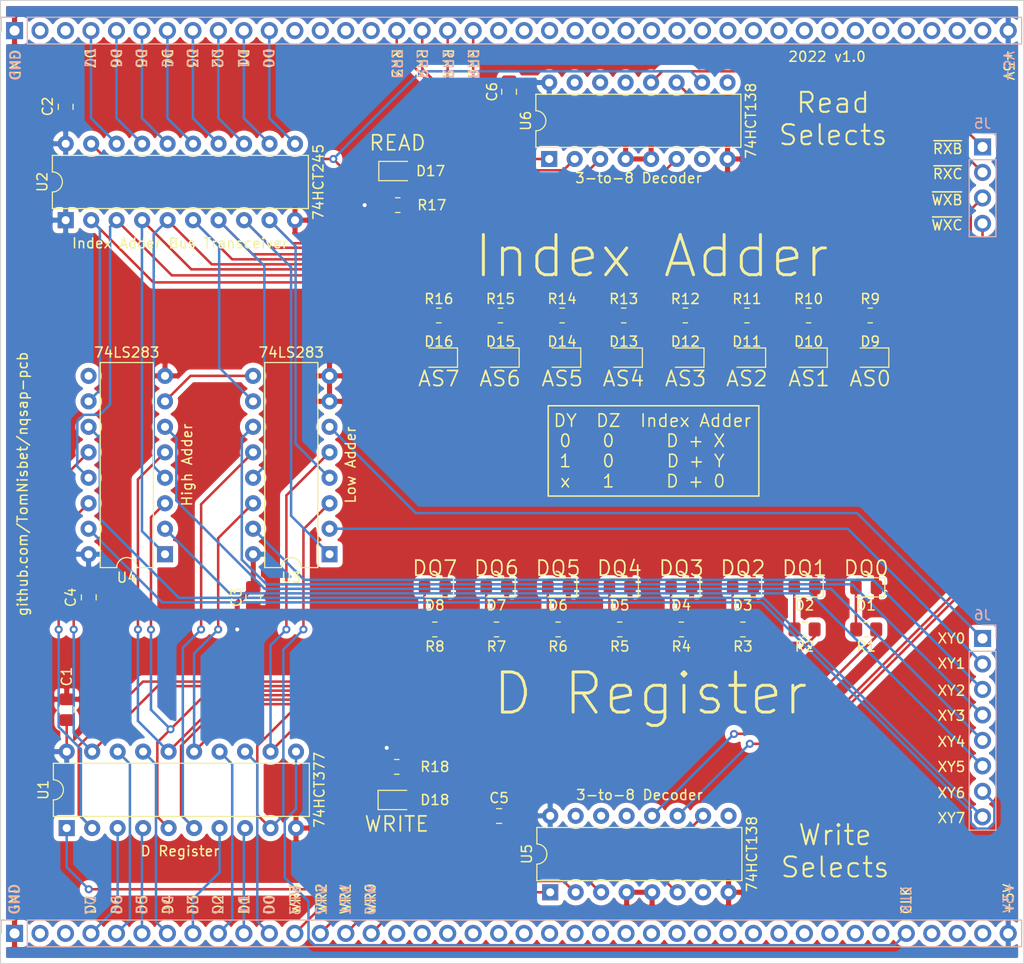
<source format=kicad_pcb>
(kicad_pcb (version 20171130) (host pcbnew "(5.1.9)-1")
  (title_block (title "NQSAP-PCB A and B Registers") (date 2021-11-21) (rev 2.0) (company github.com/TomNisbet/nqsap-pcb))
  (layers (0 F.Cu signal hide) (31 B.Cu signal hide) (34 B.Paste user) (35 F.Paste user) (36 B.SilkS user hide) (37 F.SilkS user) (38 B.Mask user) (39 F.Mask user) (44 Edge.Cuts user))
  (net 0 "")
  (net 1 +5V)
  (net 2 CLK)
  (net 3 RR0)
  (net 4 RR1)
  (net 5 RR2)
  (net 6 RR3)
  (net 7 WR0)
  (net 8 WR1)
  (net 9 WR2)
  (net 10 WR3)
  (net 11 D0)
  (net 12 D1)
  (net 13 D2)
  (net 14 D3)
  (net 15 D4)
  (net 16 D5)
  (net 17 D6)
  (net 18 D7)
  (net 19 GND)
  (net 20 "Net-(D1-Pad2)")
  (net 21 "Net-(D2-Pad2)")
  (net 22 "Net-(D3-Pad2)")
  (net 23 "Net-(D4-Pad2)")
  (net 24 "Net-(D5-Pad2)")
  (net 25 "Net-(D6-Pad2)")
  (net 26 "Net-(D7-Pad2)")
  (net 27 "Net-(D8-Pad2)")
  (net 28 "Net-(D9-Pad2)")
  (net 29 "Net-(D10-Pad2)")
  (net 30 "Net-(D11-Pad2)")
  (net 31 "Net-(D12-Pad2)")
  (net 32 "Net-(D13-Pad2)")
  (net 33 "Net-(D14-Pad2)")
  (net 34 "Net-(D15-Pad2)")
  (net 35 "Net-(D16-Pad2)")
  (net 36 ~WXB)
  (net 37 "Net-(J1-Pad39)")
  (net 38 "Net-(J1-Pad38)")
  (net 39 "Net-(J1-Pad37)")
  (net 40 "Net-(J1-Pad35)")
  (net 41 "Net-(J1-Pad34)")
  (net 42 "Net-(J1-Pad33)")
  (net 43 "Net-(J1-Pad32)")
  (net 44 "Net-(J1-Pad31)")
  (net 45 "Net-(J1-Pad30)")
  (net 46 "Net-(J1-Pad29)")
  (net 47 "Net-(J1-Pad28)")
  (net 48 "Net-(J1-Pad27)")
  (net 49 "Net-(J1-Pad26)")
  (net 50 "Net-(J1-Pad25)")
  (net 51 "Net-(J1-Pad24)")
  (net 52 "Net-(J1-Pad23)")
  (net 53 "Net-(J1-Pad22)")
  (net 54 "Net-(J1-Pad21)")
  (net 55 "Net-(J1-Pad20)")
  (net 56 "Net-(J1-Pad3)")
  (net 57 "Net-(J1-Pad2)")
  (net 58 "Net-(J2-Pad39)")
  (net 59 "Net-(J2-Pad38)")
  (net 60 "Net-(J2-Pad37)")
  (net 61 "Net-(J2-Pad35)")
  (net 62 "Net-(J2-Pad34)")
  (net 63 "Net-(J2-Pad33)")
  (net 64 "Net-(J2-Pad32)")
  (net 65 "Net-(J2-Pad31)")
  (net 66 "Net-(J2-Pad30)")
  (net 67 "Net-(J2-Pad29)")
  (net 68 "Net-(J2-Pad28)")
  (net 69 "Net-(J2-Pad27)")
  (net 70 "Net-(J2-Pad26)")
  (net 71 "Net-(J2-Pad25)")
  (net 72 "Net-(J2-Pad24)")
  (net 73 "Net-(J2-Pad23)")
  (net 74 "Net-(J2-Pad22)")
  (net 75 "Net-(J2-Pad21)")
  (net 76 "Net-(J2-Pad20)")
  (net 77 "Net-(J2-Pad3)")
  (net 78 "Net-(J2-Pad2)")
  (net 79 "Net-(D17-Pad2)")
  (net 80 "Net-(D18-Pad2)")
  (net 81 ~WXC)
  (net 82 ~RXC)
  (net 83 ~RXB)
  (net 84 ~RD)
  (net 85 ~WD)
  (net 86 /XY7)
  (net 87 /XY6)
  (net 88 /XY5)
  (net 89 /XY4)
  (net 90 /XY3)
  (net 91 /XY2)
  (net 92 /XY1)
  (net 93 /XY0)
  (net 94 /DQ0)
  (net 95 /DQ1)
  (net 96 /DQ2)
  (net 97 /DQ3)
  (net 98 /DQ4)
  (net 99 /DQ5)
  (net 100 /DQ6)
  (net 101 /DQ7)
  (net 102 /AS0)
  (net 103 /AS1)
  (net 104 /AS2)
  (net 105 /AS3)
  (net 106 /AS4)
  (net 107 /AS5)
  (net 108 /AS6)
  (net 109 /AS7)
  (net 110 "Net-(U3-Pad9)")
  (net 111 "Net-(U4-Pad9)")
  (net 112 "Net-(U5-Pad15)")
  (net 113 "Net-(U5-Pad7)")
  (net 114 "Net-(U5-Pad14)")
  (net 115 "Net-(U5-Pad13)")
  (net 116 "Net-(U5-Pad9)")
  (net 117 "Net-(U6-Pad15)")
  (net 118 "Net-(U6-Pad7)")
  (net 119 "Net-(U6-Pad14)")
  (net 120 "Net-(U6-Pad13)")
  (net 121 "Net-(U6-Pad9)")
  (net 122 "Net-(J1-Pad15)")
  (net 123 "Net-(J1-Pad14)")
  (net 124 "Net-(J1-Pad13)")
  (net 125 "Net-(J1-Pad12)")
  (net 126 "Net-(J2-Pad19)")
  (net 127 "Net-(J2-Pad18)")
  (net 128 "Net-(J2-Pad17)")
  (net 129 "Net-(J2-Pad16)")
  (net 130 "Net-(J1-Pad36)")
  (module Connector_PinHeader_2.54mm:PinHeader_1x04_P2.54mm_Vertical (layer B.Cu) (at 182.9 57.6 180)
    (fp_text reference J5 (at 0 2.33) (layer B.SilkS) (effects (justify mirror)))
    (fp_text value Conn_01x04)
    (pad 4 thru_hole oval (at 0 -7.62 180) (size 1.7 1.7) (drill 1) (layers *.Cu *.Mask) (net 81 ~WXC))
    (pad 3 thru_hole oval (at 0 -5.08 180) (size 1.7 1.7) (drill 1) (layers *.Cu *.Mask) (net 36 ~WXB))
    (pad 2 thru_hole oval (at 0 -2.54 180) (size 1.7 1.7) (drill 1) (layers *.Cu *.Mask) (net 82 ~RXC))
    (pad 1 thru_hole rect (at 0 0 180) (size 1.7 1.7) (drill 1) (layers *.Cu *.Mask) (net 83 ~RXB))
  )
  (module Package_DIP:DIP-20_W7.62mm (layer F.Cu) (at 91.5 64.9 90)
    (fp_text reference U2 (at 3.81 -2.33 90) (layer F.SilkS))
    (fp_text value 74HCT245 (at 3.81 25.19 90) (layer F.SilkS))
    (fp_text user "Index Adder Bus Transceiver" (at -2.3 11.4) (layer F.SilkS))
    (pad 20 thru_hole oval (at 7.62 0 90) (size 1.6 1.6) (drill 0.8) (layers *.Cu *.Mask) (net 1 +5V))
    (pad 10 thru_hole oval (at 0 22.86 90) (size 1.6 1.6) (drill 0.8) (layers *.Cu *.Mask) (net 19 GND))
    (pad 19 thru_hole oval (at 7.62 2.54 90) (size 1.6 1.6) (drill 0.8) (layers *.Cu *.Mask) (net 84 ~RD))
    (pad 9 thru_hole oval (at 0 20.32 90) (size 1.6 1.6) (drill 0.8) (layers *.Cu *.Mask) (net 102 /AS0))
    (pad 18 thru_hole oval (at 7.62 5.08 90) (size 1.6 1.6) (drill 0.8) (layers *.Cu *.Mask) (net 18 D7))
    (pad 8 thru_hole oval (at 0 17.78 90) (size 1.6 1.6) (drill 0.8) (layers *.Cu *.Mask) (net 103 /AS1))
    (pad 17 thru_hole oval (at 7.62 7.62 90) (size 1.6 1.6) (drill 0.8) (layers *.Cu *.Mask) (net 17 D6))
    (pad 7 thru_hole oval (at 0 15.24 90) (size 1.6 1.6) (drill 0.8) (layers *.Cu *.Mask) (net 104 /AS2))
    (pad 16 thru_hole oval (at 7.62 10.16 90) (size 1.6 1.6) (drill 0.8) (layers *.Cu *.Mask) (net 16 D5))
    (pad 6 thru_hole oval (at 0 12.7 90) (size 1.6 1.6) (drill 0.8) (layers *.Cu *.Mask) (net 105 /AS3))
    (pad 15 thru_hole oval (at 7.62 12.7 90) (size 1.6 1.6) (drill 0.8) (layers *.Cu *.Mask) (net 15 D4))
    (pad 5 thru_hole oval (at 0 10.16 90) (size 1.6 1.6) (drill 0.8) (layers *.Cu *.Mask) (net 106 /AS4))
    (pad 14 thru_hole oval (at 7.62 15.24 90) (size 1.6 1.6) (drill 0.8) (layers *.Cu *.Mask) (net 14 D3))
    (pad 4 thru_hole oval (at 0 7.62 90) (size 1.6 1.6) (drill 0.8) (layers *.Cu *.Mask) (net 107 /AS5))
    (pad 13 thru_hole oval (at 7.62 17.78 90) (size 1.6 1.6) (drill 0.8) (layers *.Cu *.Mask) (net 13 D2))
    (pad 3 thru_hole oval (at 0 5.08 90) (size 1.6 1.6) (drill 0.8) (layers *.Cu *.Mask) (net 108 /AS6))
    (pad 12 thru_hole oval (at 7.62 20.32 90) (size 1.6 1.6) (drill 0.8) (layers *.Cu *.Mask) (net 12 D1))
    (pad 2 thru_hole oval (at 0 2.54 90) (size 1.6 1.6) (drill 0.8) (layers *.Cu *.Mask) (net 109 /AS7))
    (pad 11 thru_hole oval (at 7.62 22.86 90) (size 1.6 1.6) (drill 0.8) (layers *.Cu *.Mask) (net 11 D0))
    (pad 1 thru_hole rect (at 0 0 90) (size 1.6 1.6) (drill 0.8) (layers *.Cu *.Mask) (net 1 +5V))
  )
  (module Resistor_SMD:R_0805_2012Metric_Pad1.20x1.40mm_HandSolder (layer F.Cu) (at 124.5 119.4)
    (fp_text reference R18 (at 3.8 0) (layer F.SilkS))
    (fp_text value R-RED)
    (pad 2 smd roundrect (at 1 0) (size 1.2 1.4) (layers F.Cu F.Paste F.Mask) (roundrect_rratio 0.2083325) (net 80 "Net-(D18-Pad2)"))
    (pad 1 smd roundrect (at -1 0) (size 1.2 1.4) (layers F.Cu F.Paste F.Mask) (roundrect_rratio 0.2083325) (net 1 +5V))
  )
  (module LED_SMD:LED_0805_2012Metric_Pad1.15x1.40mm_HandSolder (layer F.Cu) (at 124.5 122.7)
    (fp_text reference D18 (at 3.8 0) (layer F.SilkS))
    (fp_text value WRITE (at 0 2.4) (layer F.SilkS) (effects (font (size 1.5 1.5) (thickness 0.17))))
    (pad 2 smd roundrect (at 1.025 0) (size 1.15 1.4) (layers F.Cu F.Paste F.Mask) (roundrect_rratio 0.2173904347826087) (net 80 "Net-(D18-Pad2)"))
    (pad 1 smd roundrect (at -1.025 0) (size 1.15 1.4) (layers F.Cu F.Paste F.Mask) (roundrect_rratio 0.2173904347826087) (net 85 ~WD))
  )
  (module Resistor_SMD:R_0805_2012Metric_Pad1.20x1.40mm_HandSolder (layer F.Cu) (at 124.6 63.4)
    (fp_text reference R17 (at 3.4 0) (layer F.SilkS))
    (fp_text value R-GN)
    (pad 2 smd roundrect (at 1 0) (size 1.2 1.4) (layers F.Cu F.Paste F.Mask) (roundrect_rratio 0.2083325) (net 79 "Net-(D17-Pad2)"))
    (pad 1 smd roundrect (at -1 0) (size 1.2 1.4) (layers F.Cu F.Paste F.Mask) (roundrect_rratio 0.2083325) (net 1 +5V))
  )
  (module LED_SMD:LED_0805_2012Metric_Pad1.15x1.40mm_HandSolder (layer F.Cu) (at 124.575 60)
    (fp_text reference D17 (at 3.3 0) (layer F.SilkS))
    (fp_text value READ (at 0 -2.8) (layer F.SilkS) (effects (font (size 1.5 1.5) (thickness 0.17))))
    (pad 2 smd roundrect (at 1.025 0) (size 1.15 1.4) (layers F.Cu F.Paste F.Mask) (roundrect_rratio 0.2173904347826087) (net 79 "Net-(D17-Pad2)"))
    (pad 1 smd roundrect (at -1.025 0) (size 1.15 1.4) (layers F.Cu F.Paste F.Mask) (roundrect_rratio 0.2173904347826087) (net 84 ~RD))
  )
  (module Package_DIP:DIP-16_W7.62mm (layer F.Cu) (at 101.4 98.2 180)
    (fp_text reference U4 (at 3.81 -2.33) (layer F.SilkS))
    (fp_text value 74LS283 (at 3.81 20.11) (layer F.SilkS))
    (fp_text user "High Adder" (at -2.2 8.9 270) (layer F.SilkS))
    (pad 16 thru_hole oval (at 7.62 0 180) (size 1.6 1.6) (drill 0.8) (layers *.Cu *.Mask) (net 1 +5V))
    (pad 8 thru_hole oval (at 0 17.78 180) (size 1.6 1.6) (drill 0.8) (layers *.Cu *.Mask) (net 19 GND))
    (pad 15 thru_hole oval (at 7.62 2.54 180) (size 1.6 1.6) (drill 0.8) (layers *.Cu *.Mask) (net 87 /XY6))
    (pad 7 thru_hole oval (at 0 15.24 180) (size 1.6 1.6) (drill 0.8) (layers *.Cu *.Mask) (net 110 "Net-(U3-Pad9)"))
    (pad 14 thru_hole oval (at 7.62 5.08 180) (size 1.6 1.6) (drill 0.8) (layers *.Cu *.Mask) (net 100 /DQ6))
    (pad 6 thru_hole oval (at 0 12.7 180) (size 1.6 1.6) (drill 0.8) (layers *.Cu *.Mask) (net 89 /XY4))
    (pad 13 thru_hole oval (at 7.62 7.62 180) (size 1.6 1.6) (drill 0.8) (layers *.Cu *.Mask) (net 108 /AS6))
    (pad 5 thru_hole oval (at 0 10.16 180) (size 1.6 1.6) (drill 0.8) (layers *.Cu *.Mask) (net 98 /DQ4))
    (pad 12 thru_hole oval (at 7.62 10.16 180) (size 1.6 1.6) (drill 0.8) (layers *.Cu *.Mask) (net 101 /DQ7))
    (pad 4 thru_hole oval (at 0 7.62 180) (size 1.6 1.6) (drill 0.8) (layers *.Cu *.Mask) (net 106 /AS4))
    (pad 11 thru_hole oval (at 7.62 12.7 180) (size 1.6 1.6) (drill 0.8) (layers *.Cu *.Mask) (net 86 /XY7))
    (pad 3 thru_hole oval (at 0 5.08 180) (size 1.6 1.6) (drill 0.8) (layers *.Cu *.Mask) (net 99 /DQ5))
    (pad 10 thru_hole oval (at 7.62 15.24 180) (size 1.6 1.6) (drill 0.8) (layers *.Cu *.Mask) (net 109 /AS7))
    (pad 2 thru_hole oval (at 0 2.54 180) (size 1.6 1.6) (drill 0.8) (layers *.Cu *.Mask) (net 88 /XY5))
    (pad 9 thru_hole oval (at 7.62 17.78 180) (size 1.6 1.6) (drill 0.8) (layers *.Cu *.Mask) (net 111 "Net-(U4-Pad9)"))
    (pad 1 thru_hole rect (at 0 0 180) (size 1.6 1.6) (drill 0.8) (layers *.Cu *.Mask) (net 107 /AS5))
  )
  (module Package_DIP:DIP-16_W7.62mm (layer F.Cu) (at 117.8 98.2 180)
    (fp_text reference U3 (at 3.81 -2.33) (layer F.SilkS))
    (fp_text value 74LS283 (at 3.81 20.11) (layer F.SilkS))
    (fp_text user "Low Adder" (at -2.1 8.9 270) (layer F.SilkS))
    (pad 16 thru_hole oval (at 7.62 0 180) (size 1.6 1.6) (drill 0.8) (layers *.Cu *.Mask) (net 1 +5V))
    (pad 8 thru_hole oval (at 0 17.78 180) (size 1.6 1.6) (drill 0.8) (layers *.Cu *.Mask) (net 19 GND))
    (pad 15 thru_hole oval (at 7.62 2.54 180) (size 1.6 1.6) (drill 0.8) (layers *.Cu *.Mask) (net 91 /XY2))
    (pad 7 thru_hole oval (at 0 15.24 180) (size 1.6 1.6) (drill 0.8) (layers *.Cu *.Mask) (net 19 GND))
    (pad 14 thru_hole oval (at 7.62 5.08 180) (size 1.6 1.6) (drill 0.8) (layers *.Cu *.Mask) (net 96 /DQ2))
    (pad 6 thru_hole oval (at 0 12.7 180) (size 1.6 1.6) (drill 0.8) (layers *.Cu *.Mask) (net 93 /XY0))
    (pad 13 thru_hole oval (at 7.62 7.62 180) (size 1.6 1.6) (drill 0.8) (layers *.Cu *.Mask) (net 104 /AS2))
    (pad 5 thru_hole oval (at 0 10.16 180) (size 1.6 1.6) (drill 0.8) (layers *.Cu *.Mask) (net 94 /DQ0))
    (pad 12 thru_hole oval (at 7.62 10.16 180) (size 1.6 1.6) (drill 0.8) (layers *.Cu *.Mask) (net 97 /DQ3))
    (pad 4 thru_hole oval (at 0 7.62 180) (size 1.6 1.6) (drill 0.8) (layers *.Cu *.Mask) (net 102 /AS0))
    (pad 11 thru_hole oval (at 7.62 12.7 180) (size 1.6 1.6) (drill 0.8) (layers *.Cu *.Mask) (net 90 /XY3))
    (pad 3 thru_hole oval (at 0 5.08 180) (size 1.6 1.6) (drill 0.8) (layers *.Cu *.Mask) (net 95 /DQ1))
    (pad 10 thru_hole oval (at 7.62 15.24 180) (size 1.6 1.6) (drill 0.8) (layers *.Cu *.Mask) (net 105 /AS3))
    (pad 2 thru_hole oval (at 0 2.54 180) (size 1.6 1.6) (drill 0.8) (layers *.Cu *.Mask) (net 92 /XY1))
    (pad 9 thru_hole oval (at 7.62 17.78 180) (size 1.6 1.6) (drill 0.8) (layers *.Cu *.Mask) (net 110 "Net-(U3-Pad9)"))
    (pad 1 thru_hole rect (at 0 0 180) (size 1.6 1.6) (drill 0.8) (layers *.Cu *.Mask) (net 103 /AS1))
  )
  (module Connector_PinHeader_2.54mm:PinHeader_1x08_P2.54mm_Vertical (layer B.Cu) (at 182.9 106.6 180)
    (fp_text reference J6 (at 0 2.33) (layer B.SilkS) (effects (justify mirror)))
    (fp_text value Conn_01x08)
    (pad 8 thru_hole oval (at 0 -17.78 180) (size 1.7 1.7) (drill 1) (layers *.Cu *.Mask) (net 86 /XY7))
    (pad 7 thru_hole oval (at 0 -15.24 180) (size 1.7 1.7) (drill 1) (layers *.Cu *.Mask) (net 87 /XY6))
    (pad 6 thru_hole oval (at 0 -12.7 180) (size 1.7 1.7) (drill 1) (layers *.Cu *.Mask) (net 88 /XY5))
    (pad 5 thru_hole oval (at 0 -10.16 180) (size 1.7 1.7) (drill 1) (layers *.Cu *.Mask) (net 89 /XY4))
    (pad 4 thru_hole oval (at 0 -7.62 180) (size 1.7 1.7) (drill 1) (layers *.Cu *.Mask) (net 90 /XY3))
    (pad 3 thru_hole oval (at 0 -5.08 180) (size 1.7 1.7) (drill 1) (layers *.Cu *.Mask) (net 91 /XY2))
    (pad 2 thru_hole oval (at 0 -2.54 180) (size 1.7 1.7) (drill 1) (layers *.Cu *.Mask) (net 92 /XY1))
    (pad 1 thru_hole rect (at 0 0 180) (size 1.7 1.7) (drill 1) (layers *.Cu *.Mask) (net 93 /XY0))
  )
  (module Package_DIP:DIP-16_W7.62mm (layer F.Cu) (at 139.8 131.9 90)
    (fp_text reference U5 (at 3.81 -2.33 90) (layer F.SilkS))
    (fp_text value 74HCT138 (at 3.81 20.11 90) (layer F.SilkS))
    (fp_text user "3-to-8 Decoder" (at 9.7 8.9 180) (layer F.SilkS))
    (pad 16 thru_hole oval (at 7.62 0 90) (size 1.6 1.6) (drill 0.8) (layers *.Cu *.Mask) (net 1 +5V))
    (pad 8 thru_hole oval (at 0 17.78 90) (size 1.6 1.6) (drill 0.8) (layers *.Cu *.Mask) (net 19 GND))
    (pad 15 thru_hole oval (at 7.62 2.54 90) (size 1.6 1.6) (drill 0.8) (layers *.Cu *.Mask) (net 112 "Net-(U5-Pad15)"))
    (pad 7 thru_hole oval (at 0 15.24 90) (size 1.6 1.6) (drill 0.8) (layers *.Cu *.Mask) (net 113 "Net-(U5-Pad7)"))
    (pad 14 thru_hole oval (at 7.62 5.08 90) (size 1.6 1.6) (drill 0.8) (layers *.Cu *.Mask) (net 114 "Net-(U5-Pad14)"))
    (pad 6 thru_hole oval (at 0 12.7 90) (size 1.6 1.6) (drill 0.8) (layers *.Cu *.Mask) (net 10 WR3))
    (pad 13 thru_hole oval (at 7.62 7.62 90) (size 1.6 1.6) (drill 0.8) (layers *.Cu *.Mask) (net 115 "Net-(U5-Pad13)"))
    (pad 5 thru_hole oval (at 0 10.16 90) (size 1.6 1.6) (drill 0.8) (layers *.Cu *.Mask) (net 19 GND))
    (pad 12 thru_hole oval (at 7.62 10.16 90) (size 1.6 1.6) (drill 0.8) (layers *.Cu *.Mask) (net 36 ~WXB))
    (pad 4 thru_hole oval (at 0 7.62 90) (size 1.6 1.6) (drill 0.8) (layers *.Cu *.Mask) (net 19 GND))
    (pad 11 thru_hole oval (at 7.62 12.7 90) (size 1.6 1.6) (drill 0.8) (layers *.Cu *.Mask) (net 81 ~WXC))
    (pad 3 thru_hole oval (at 0 5.08 90) (size 1.6 1.6) (drill 0.8) (layers *.Cu *.Mask) (net 9 WR2))
    (pad 10 thru_hole oval (at 7.62 15.24 90) (size 1.6 1.6) (drill 0.8) (layers *.Cu *.Mask) (net 85 ~WD))
    (pad 2 thru_hole oval (at 0 2.54 90) (size 1.6 1.6) (drill 0.8) (layers *.Cu *.Mask) (net 8 WR1))
    (pad 9 thru_hole oval (at 7.62 17.78 90) (size 1.6 1.6) (drill 0.8) (layers *.Cu *.Mask) (net 116 "Net-(U5-Pad9)"))
    (pad 1 thru_hole rect (at 0 0 90) (size 1.6 1.6) (drill 0.8) (layers *.Cu *.Mask) (net 7 WR0))
  )
  (module Package_DIP:DIP-16_W7.62mm (layer F.Cu) (at 139.7 58.8 90)
    (fp_text reference U6 (at 3.81 -2.33 90) (layer F.SilkS))
    (fp_text value 74HCT138 (at 3.81 20.11 90) (layer F.SilkS))
    (fp_text user "3-to-8 Decoder" (at -1.9 8.9 180) (layer F.SilkS))
    (pad 16 thru_hole oval (at 7.62 0 90) (size 1.6 1.6) (drill 0.8) (layers *.Cu *.Mask) (net 1 +5V))
    (pad 8 thru_hole oval (at 0 17.78 90) (size 1.6 1.6) (drill 0.8) (layers *.Cu *.Mask) (net 19 GND))
    (pad 15 thru_hole oval (at 7.62 2.54 90) (size 1.6 1.6) (drill 0.8) (layers *.Cu *.Mask) (net 117 "Net-(U6-Pad15)"))
    (pad 7 thru_hole oval (at 0 15.24 90) (size 1.6 1.6) (drill 0.8) (layers *.Cu *.Mask) (net 118 "Net-(U6-Pad7)"))
    (pad 14 thru_hole oval (at 7.62 5.08 90) (size 1.6 1.6) (drill 0.8) (layers *.Cu *.Mask) (net 119 "Net-(U6-Pad14)"))
    (pad 6 thru_hole oval (at 0 12.7 90) (size 1.6 1.6) (drill 0.8) (layers *.Cu *.Mask) (net 6 RR3))
    (pad 13 thru_hole oval (at 7.62 7.62 90) (size 1.6 1.6) (drill 0.8) (layers *.Cu *.Mask) (net 120 "Net-(U6-Pad13)"))
    (pad 5 thru_hole oval (at 0 10.16 90) (size 1.6 1.6) (drill 0.8) (layers *.Cu *.Mask) (net 19 GND))
    (pad 12 thru_hole oval (at 7.62 10.16 90) (size 1.6 1.6) (drill 0.8) (layers *.Cu *.Mask) (net 83 ~RXB))
    (pad 4 thru_hole oval (at 0 7.62 90) (size 1.6 1.6) (drill 0.8) (layers *.Cu *.Mask) (net 19 GND))
    (pad 11 thru_hole oval (at 7.62 12.7 90) (size 1.6 1.6) (drill 0.8) (layers *.Cu *.Mask) (net 82 ~RXC))
    (pad 3 thru_hole oval (at 0 5.08 90) (size 1.6 1.6) (drill 0.8) (layers *.Cu *.Mask) (net 5 RR2))
    (pad 10 thru_hole oval (at 7.62 15.24 90) (size 1.6 1.6) (drill 0.8) (layers *.Cu *.Mask) (net 84 ~RD))
    (pad 2 thru_hole oval (at 0 2.54 90) (size 1.6 1.6) (drill 0.8) (layers *.Cu *.Mask) (net 4 RR1))
    (pad 9 thru_hole oval (at 7.62 17.78 90) (size 1.6 1.6) (drill 0.8) (layers *.Cu *.Mask) (net 121 "Net-(U6-Pad9)"))
    (pad 1 thru_hole rect (at 0 0 90) (size 1.6 1.6) (drill 0.8) (layers *.Cu *.Mask) (net 3 RR0))
  )
  (module Capacitor_SMD:C_0805_2012Metric_Pad1.18x1.45mm_HandSolder (layer F.Cu) (at 93.8 102.5 90)
    (fp_text reference C4 (at 0 -1.8 90) (layer F.SilkS))
    (fp_text value 0.1uF)
    (pad 2 smd roundrect (at 1.0375 0 90) (size 1.175 1.45) (layers F.Cu F.Paste F.Mask) (roundrect_rratio 0.2127659574468085) (net 1 +5V))
    (pad 1 smd roundrect (at -1.0375 0 90) (size 1.175 1.45) (layers F.Cu F.Paste F.Mask) (roundrect_rratio 0.2127659574468085) (net 19 GND))
  )
  (module Capacitor_SMD:C_0805_2012Metric_Pad1.18x1.45mm_HandSolder (layer F.Cu) (at 110.2 102.5 90)
    (fp_text reference C3 (at 0 -1.68 90) (layer F.SilkS))
    (fp_text value 0.1uF)
    (pad 2 smd roundrect (at 1.0375 0 90) (size 1.175 1.45) (layers F.Cu F.Paste F.Mask) (roundrect_rratio 0.2127659574468085) (net 1 +5V))
    (pad 1 smd roundrect (at -1.0375 0 90) (size 1.175 1.45) (layers F.Cu F.Paste F.Mask) (roundrect_rratio 0.2127659574468085) (net 19 GND))
  )
  (module Capacitor_SMD:C_0805_2012Metric_Pad1.18x1.45mm_HandSolder (layer F.Cu) (at 91.5 53.6 270)
    (fp_text reference C2 (at -0.0375 1.8 90) (layer F.SilkS))
    (fp_text value 0.1uF)
    (pad 2 smd roundrect (at 1.0375 0 270) (size 1.175 1.45) (layers F.Cu F.Paste F.Mask) (roundrect_rratio 0.2127659574468085) (net 1 +5V))
    (pad 1 smd roundrect (at -1.0375 0 270) (size 1.175 1.45) (layers F.Cu F.Paste F.Mask) (roundrect_rratio 0.2127659574468085) (net 19 GND))
  )
  (module Capacitor_SMD:C_0805_2012Metric_Pad1.18x1.45mm_HandSolder (layer F.Cu) (at 91.6 113.7 270)
    (fp_text reference C1 (at -3.3 0 90) (layer F.SilkS))
    (fp_text value 0.1uF)
    (pad 2 smd roundrect (at 1.0375 0 270) (size 1.175 1.45) (layers F.Cu F.Paste F.Mask) (roundrect_rratio 0.2127659574468085) (net 1 +5V))
    (pad 1 smd roundrect (at -1.0375 0 270) (size 1.175 1.45) (layers F.Cu F.Paste F.Mask) (roundrect_rratio 0.2127659574468085) (net 19 GND))
  )
  (module Capacitor_SMD:C_0805_2012Metric_Pad1.18x1.45mm_HandSolder (layer F.Cu) (at 135.7 52.1 90)
    (fp_text reference C6 (at 0 -1.7 90) (layer F.SilkS))
    (fp_text value 0.1uF)
    (pad 2 smd roundrect (at 1.0375 0 90) (size 1.175 1.45) (layers F.Cu F.Paste F.Mask) (roundrect_rratio 0.2127659574468085) (net 1 +5V))
    (pad 1 smd roundrect (at -1.0375 0 90) (size 1.175 1.45) (layers F.Cu F.Paste F.Mask) (roundrect_rratio 0.2127659574468085) (net 19 GND))
  )
  (module Capacitor_SMD:C_0805_2012Metric_Pad1.18x1.45mm_HandSolder (layer F.Cu) (at 134.7 124.3)
    (fp_text reference C5 (at 0 -1.8) (layer F.SilkS))
    (fp_text value 0.1uF)
    (pad 2 smd roundrect (at 1.0375 0) (size 1.175 1.45) (layers F.Cu F.Paste F.Mask) (roundrect_rratio 0.2127659574468085) (net 1 +5V))
    (pad 1 smd roundrect (at -1.0375 0) (size 1.175 1.45) (layers F.Cu F.Paste F.Mask) (roundrect_rratio 0.2127659574468085) (net 19 GND))
  )
  (module Package_DIP:DIP-20_W7.62mm (layer F.Cu) (at 91.6 125.5 90)
    (fp_text reference U1 (at 3.81 -2.33 90) (layer F.SilkS))
    (fp_text value 74HCT377 (at 3.81 25.19 90) (layer F.SilkS))
    (fp_text user "D Register" (at -2.3 11.3) (layer F.SilkS))
    (pad 20 thru_hole oval (at 7.62 0 90) (size 1.6 1.6) (drill 0.8) (layers *.Cu *.Mask) (net 1 +5V))
    (pad 10 thru_hole oval (at 0 22.86 90) (size 1.6 1.6) (drill 0.8) (layers *.Cu *.Mask) (net 19 GND))
    (pad 19 thru_hole oval (at 7.62 2.54 90) (size 1.6 1.6) (drill 0.8) (layers *.Cu *.Mask) (net 100 /DQ6))
    (pad 9 thru_hole oval (at 0 20.32 90) (size 1.6 1.6) (drill 0.8) (layers *.Cu *.Mask) (net 95 /DQ1))
    (pad 18 thru_hole oval (at 7.62 5.08 90) (size 1.6 1.6) (drill 0.8) (layers *.Cu *.Mask) (net 17 D6))
    (pad 8 thru_hole oval (at 0 17.78 90) (size 1.6 1.6) (drill 0.8) (layers *.Cu *.Mask) (net 12 D1))
    (pad 17 thru_hole oval (at 7.62 7.62 90) (size 1.6 1.6) (drill 0.8) (layers *.Cu *.Mask) (net 15 D4))
    (pad 7 thru_hole oval (at 0 15.24 90) (size 1.6 1.6) (drill 0.8) (layers *.Cu *.Mask) (net 14 D3))
    (pad 16 thru_hole oval (at 7.62 10.16 90) (size 1.6 1.6) (drill 0.8) (layers *.Cu *.Mask) (net 98 /DQ4))
    (pad 6 thru_hole oval (at 0 12.7 90) (size 1.6 1.6) (drill 0.8) (layers *.Cu *.Mask) (net 97 /DQ3))
    (pad 15 thru_hole oval (at 7.62 12.7 90) (size 1.6 1.6) (drill 0.8) (layers *.Cu *.Mask) (net 96 /DQ2))
    (pad 5 thru_hole oval (at 0 10.16 90) (size 1.6 1.6) (drill 0.8) (layers *.Cu *.Mask) (net 99 /DQ5))
    (pad 14 thru_hole oval (at 7.62 15.24 90) (size 1.6 1.6) (drill 0.8) (layers *.Cu *.Mask) (net 13 D2))
    (pad 4 thru_hole oval (at 0 7.62 90) (size 1.6 1.6) (drill 0.8) (layers *.Cu *.Mask) (net 16 D5))
    (pad 13 thru_hole oval (at 7.62 17.78 90) (size 1.6 1.6) (drill 0.8) (layers *.Cu *.Mask) (net 11 D0))
    (pad 3 thru_hole oval (at 0 5.08 90) (size 1.6 1.6) (drill 0.8) (layers *.Cu *.Mask) (net 18 D7))
    (pad 12 thru_hole oval (at 7.62 20.32 90) (size 1.6 1.6) (drill 0.8) (layers *.Cu *.Mask) (net 94 /DQ0))
    (pad 2 thru_hole oval (at 0 2.54 90) (size 1.6 1.6) (drill 0.8) (layers *.Cu *.Mask) (net 101 /DQ7))
    (pad 11 thru_hole oval (at 7.62 22.86 90) (size 1.6 1.6) (drill 0.8) (layers *.Cu *.Mask) (net 2 CLK))
    (pad 1 thru_hole rect (at 0 0 90) (size 1.6 1.6) (drill 0.8) (layers *.Cu *.Mask) (net 85 ~WD))
  )
  (module Resistor_SMD:R_0805_2012Metric_Pad1.20x1.40mm_HandSolder (layer F.Cu) (at 128.7 74.4)
    (fp_text reference R16 (at 0 -1.65) (layer F.SilkS))
    (fp_text value R-GN)
    (pad 2 smd roundrect (at 1 0) (size 1.2 1.4) (layers F.Cu F.Paste F.Mask) (roundrect_rratio 0.2083325) (net 109 /AS7))
    (pad 1 smd roundrect (at -1 0) (size 1.2 1.4) (layers F.Cu F.Paste F.Mask) (roundrect_rratio 0.2083325) (net 35 "Net-(D16-Pad2)"))
  )
  (module Resistor_SMD:R_0805_2012Metric_Pad1.20x1.40mm_HandSolder (layer F.Cu) (at 134.842857 74.4)
    (fp_text reference R15 (at 0 -1.65) (layer F.SilkS))
    (fp_text value R-GN)
    (pad 2 smd roundrect (at 1 0) (size 1.2 1.4) (layers F.Cu F.Paste F.Mask) (roundrect_rratio 0.2083325) (net 108 /AS6))
    (pad 1 smd roundrect (at -1 0) (size 1.2 1.4) (layers F.Cu F.Paste F.Mask) (roundrect_rratio 0.2083325) (net 34 "Net-(D15-Pad2)"))
  )
  (module Resistor_SMD:R_0805_2012Metric_Pad1.20x1.40mm_HandSolder (layer F.Cu) (at 140.985714 74.4)
    (fp_text reference R14 (at 0 -1.65) (layer F.SilkS))
    (fp_text value R-GN)
    (pad 2 smd roundrect (at 1 0) (size 1.2 1.4) (layers F.Cu F.Paste F.Mask) (roundrect_rratio 0.2083325) (net 107 /AS5))
    (pad 1 smd roundrect (at -1 0) (size 1.2 1.4) (layers F.Cu F.Paste F.Mask) (roundrect_rratio 0.2083325) (net 33 "Net-(D14-Pad2)"))
  )
  (module Resistor_SMD:R_0805_2012Metric_Pad1.20x1.40mm_HandSolder (layer F.Cu) (at 147.128571 74.4)
    (fp_text reference R13 (at 0 -1.65) (layer F.SilkS))
    (fp_text value R-GN)
    (pad 2 smd roundrect (at 1 0) (size 1.2 1.4) (layers F.Cu F.Paste F.Mask) (roundrect_rratio 0.2083325) (net 106 /AS4))
    (pad 1 smd roundrect (at -1 0) (size 1.2 1.4) (layers F.Cu F.Paste F.Mask) (roundrect_rratio 0.2083325) (net 32 "Net-(D13-Pad2)"))
  )
  (module Resistor_SMD:R_0805_2012Metric_Pad1.20x1.40mm_HandSolder (layer F.Cu) (at 153.271428 74.4)
    (fp_text reference R12 (at 0 -1.65) (layer F.SilkS))
    (fp_text value R-GN)
    (pad 2 smd roundrect (at 1 0) (size 1.2 1.4) (layers F.Cu F.Paste F.Mask) (roundrect_rratio 0.2083325) (net 105 /AS3))
    (pad 1 smd roundrect (at -1 0) (size 1.2 1.4) (layers F.Cu F.Paste F.Mask) (roundrect_rratio 0.2083325) (net 31 "Net-(D12-Pad2)"))
  )
  (module Resistor_SMD:R_0805_2012Metric_Pad1.20x1.40mm_HandSolder (layer F.Cu) (at 159.414285 74.4)
    (fp_text reference R11 (at 0 -1.65) (layer F.SilkS))
    (fp_text value R-GN)
    (pad 2 smd roundrect (at 1 0) (size 1.2 1.4) (layers F.Cu F.Paste F.Mask) (roundrect_rratio 0.2083325) (net 104 /AS2))
    (pad 1 smd roundrect (at -1 0) (size 1.2 1.4) (layers F.Cu F.Paste F.Mask) (roundrect_rratio 0.2083325) (net 30 "Net-(D11-Pad2)"))
  )
  (module Resistor_SMD:R_0805_2012Metric_Pad1.20x1.40mm_HandSolder (layer F.Cu) (at 165.557142 74.4)
    (fp_text reference R10 (at 0 -1.65) (layer F.SilkS))
    (fp_text value R-GN)
    (pad 2 smd roundrect (at 1 0) (size 1.2 1.4) (layers F.Cu F.Paste F.Mask) (roundrect_rratio 0.2083325) (net 103 /AS1))
    (pad 1 smd roundrect (at -1 0) (size 1.2 1.4) (layers F.Cu F.Paste F.Mask) (roundrect_rratio 0.2083325) (net 29 "Net-(D10-Pad2)"))
  )
  (module Resistor_SMD:R_0805_2012Metric_Pad1.20x1.40mm_HandSolder (layer F.Cu) (at 171.7 74.4)
    (fp_text reference R9 (at 0 -1.65) (layer F.SilkS))
    (fp_text value R-GN)
    (pad 2 smd roundrect (at 1 0) (size 1.2 1.4) (layers F.Cu F.Paste F.Mask) (roundrect_rratio 0.2083325) (net 102 /AS0))
    (pad 1 smd roundrect (at -1 0) (size 1.2 1.4) (layers F.Cu F.Paste F.Mask) (roundrect_rratio 0.2083325) (net 28 "Net-(D9-Pad2)"))
  )
  (module Resistor_SMD:R_0805_2012Metric_Pad1.20x1.40mm_HandSolder (layer F.Cu) (at 128.3 105.7)
    (fp_text reference R8 (at 0 1.7) (layer F.SilkS))
    (fp_text value R-RED)
    (pad 2 smd roundrect (at 1 0) (size 1.2 1.4) (layers F.Cu F.Paste F.Mask) (roundrect_rratio 0.2083325) (net 101 /DQ7))
    (pad 1 smd roundrect (at -1 0) (size 1.2 1.4) (layers F.Cu F.Paste F.Mask) (roundrect_rratio 0.2083325) (net 27 "Net-(D8-Pad2)"))
  )
  (module Resistor_SMD:R_0805_2012Metric_Pad1.20x1.40mm_HandSolder (layer F.Cu) (at 134.442857 105.7)
    (fp_text reference R7 (at 0 1.7) (layer F.SilkS))
    (fp_text value R-RED)
    (pad 2 smd roundrect (at 1 0) (size 1.2 1.4) (layers F.Cu F.Paste F.Mask) (roundrect_rratio 0.2083325) (net 100 /DQ6))
    (pad 1 smd roundrect (at -1 0) (size 1.2 1.4) (layers F.Cu F.Paste F.Mask) (roundrect_rratio 0.2083325) (net 26 "Net-(D7-Pad2)"))
  )
  (module Resistor_SMD:R_0805_2012Metric_Pad1.20x1.40mm_HandSolder (layer F.Cu) (at 140.585714 105.7)
    (fp_text reference R6 (at 0 1.7) (layer F.SilkS))
    (fp_text value R-RED)
    (pad 2 smd roundrect (at 1 0) (size 1.2 1.4) (layers F.Cu F.Paste F.Mask) (roundrect_rratio 0.2083325) (net 99 /DQ5))
    (pad 1 smd roundrect (at -1 0) (size 1.2 1.4) (layers F.Cu F.Paste F.Mask) (roundrect_rratio 0.2083325) (net 25 "Net-(D6-Pad2)"))
  )
  (module Resistor_SMD:R_0805_2012Metric_Pad1.20x1.40mm_HandSolder (layer F.Cu) (at 146.728571 105.7)
    (fp_text reference R5 (at 0 1.7) (layer F.SilkS))
    (fp_text value R-RED)
    (pad 2 smd roundrect (at 1 0) (size 1.2 1.4) (layers F.Cu F.Paste F.Mask) (roundrect_rratio 0.2083325) (net 98 /DQ4))
    (pad 1 smd roundrect (at -1 0) (size 1.2 1.4) (layers F.Cu F.Paste F.Mask) (roundrect_rratio 0.2083325) (net 24 "Net-(D5-Pad2)"))
  )
  (module Resistor_SMD:R_0805_2012Metric_Pad1.20x1.40mm_HandSolder (layer F.Cu) (at 152.871428 105.7)
    (fp_text reference R4 (at 0 1.7) (layer F.SilkS))
    (fp_text value R-RED)
    (pad 2 smd roundrect (at 1 0) (size 1.2 1.4) (layers F.Cu F.Paste F.Mask) (roundrect_rratio 0.2083325) (net 97 /DQ3))
    (pad 1 smd roundrect (at -1 0) (size 1.2 1.4) (layers F.Cu F.Paste F.Mask) (roundrect_rratio 0.2083325) (net 23 "Net-(D4-Pad2)"))
  )
  (module Resistor_SMD:R_0805_2012Metric_Pad1.20x1.40mm_HandSolder (layer F.Cu) (at 159.014285 105.7)
    (fp_text reference R3 (at 0 1.7) (layer F.SilkS))
    (fp_text value R-RED)
    (pad 2 smd roundrect (at 1 0) (size 1.2 1.4) (layers F.Cu F.Paste F.Mask) (roundrect_rratio 0.2083325) (net 96 /DQ2))
    (pad 1 smd roundrect (at -1 0) (size 1.2 1.4) (layers F.Cu F.Paste F.Mask) (roundrect_rratio 0.2083325) (net 22 "Net-(D3-Pad2)"))
  )
  (module Resistor_SMD:R_0805_2012Metric_Pad1.20x1.40mm_HandSolder (layer F.Cu) (at 165.157142 105.7)
    (fp_text reference R2 (at 0 1.7) (layer F.SilkS))
    (fp_text value R-RED)
    (pad 2 smd roundrect (at 1 0) (size 1.2 1.4) (layers F.Cu F.Paste F.Mask) (roundrect_rratio 0.2083325) (net 95 /DQ1))
    (pad 1 smd roundrect (at -1 0) (size 1.2 1.4) (layers F.Cu F.Paste F.Mask) (roundrect_rratio 0.2083325) (net 21 "Net-(D2-Pad2)"))
  )
  (module Resistor_SMD:R_0805_2012Metric_Pad1.20x1.40mm_HandSolder (layer F.Cu) (at 171.3 105.7)
    (fp_text reference R1 (at 0 1.7) (layer F.SilkS))
    (fp_text value R-RED)
    (pad 2 smd roundrect (at 1 0) (size 1.2 1.4) (layers F.Cu F.Paste F.Mask) (roundrect_rratio 0.2083325) (net 94 /DQ0))
    (pad 1 smd roundrect (at -1 0) (size 1.2 1.4) (layers F.Cu F.Paste F.Mask) (roundrect_rratio 0.2083325) (net 20 "Net-(D1-Pad2)"))
  )
  (module LED_SMD:LED_0805_2012Metric_Pad1.15x1.40mm_HandSolder (layer F.Cu) (at 128.7 78.6 180)
    (fp_text reference D16 (at 0 1.6) (layer F.SilkS))
    (fp_text value AS7 (at 0 -2.1) (layer F.SilkS) (effects (font (size 1.5 1.5) (thickness 0.17))))
    (pad 2 smd roundrect (at 1.025 0 180) (size 1.15 1.4) (layers F.Cu F.Paste F.Mask) (roundrect_rratio 0.2173904347826087) (net 35 "Net-(D16-Pad2)"))
    (pad 1 smd roundrect (at -1.025 0 180) (size 1.15 1.4) (layers F.Cu F.Paste F.Mask) (roundrect_rratio 0.2173904347826087) (net 19 GND))
  )
  (module LED_SMD:LED_0805_2012Metric_Pad1.15x1.40mm_HandSolder (layer F.Cu) (at 134.842857 78.6 180)
    (fp_text reference D15 (at 0 1.6) (layer F.SilkS))
    (fp_text value AS6 (at 0.042857 -2.1) (layer F.SilkS) (effects (font (size 1.5 1.5) (thickness 0.17))))
    (pad 2 smd roundrect (at 1.025 0 180) (size 1.15 1.4) (layers F.Cu F.Paste F.Mask) (roundrect_rratio 0.2173904347826087) (net 34 "Net-(D15-Pad2)"))
    (pad 1 smd roundrect (at -1.025 0 180) (size 1.15 1.4) (layers F.Cu F.Paste F.Mask) (roundrect_rratio 0.2173904347826087) (net 19 GND))
  )
  (module LED_SMD:LED_0805_2012Metric_Pad1.15x1.40mm_HandSolder (layer F.Cu) (at 140.985714 78.6 180)
    (fp_text reference D14 (at 0 1.6) (layer F.SilkS))
    (fp_text value AS5 (at -0.014286 -2.1) (layer F.SilkS) (effects (font (size 1.5 1.5) (thickness 0.17))))
    (pad 2 smd roundrect (at 1.025 0 180) (size 1.15 1.4) (layers F.Cu F.Paste F.Mask) (roundrect_rratio 0.2173904347826087) (net 33 "Net-(D14-Pad2)"))
    (pad 1 smd roundrect (at -1.025 0 180) (size 1.15 1.4) (layers F.Cu F.Paste F.Mask) (roundrect_rratio 0.2173904347826087) (net 19 GND))
  )
  (module LED_SMD:LED_0805_2012Metric_Pad1.15x1.40mm_HandSolder (layer F.Cu) (at 147.128571 78.6 180)
    (fp_text reference D13 (at 0 1.6) (layer F.SilkS))
    (fp_text value AS4 (at 0.028571 -2.1) (layer F.SilkS) (effects (font (size 1.5 1.5) (thickness 0.17))))
    (pad 2 smd roundrect (at 1.025 0 180) (size 1.15 1.4) (layers F.Cu F.Paste F.Mask) (roundrect_rratio 0.2173904347826087) (net 32 "Net-(D13-Pad2)"))
    (pad 1 smd roundrect (at -1.025 0 180) (size 1.15 1.4) (layers F.Cu F.Paste F.Mask) (roundrect_rratio 0.2173904347826087) (net 19 GND))
  )
  (module LED_SMD:LED_0805_2012Metric_Pad1.15x1.40mm_HandSolder (layer F.Cu) (at 153.271428 78.6 180)
    (fp_text reference D12 (at 0 1.6) (layer F.SilkS))
    (fp_text value AS3 (at -0.028572 -2.1) (layer F.SilkS) (effects (font (size 1.5 1.5) (thickness 0.17))))
    (pad 2 smd roundrect (at 1.025 0 180) (size 1.15 1.4) (layers F.Cu F.Paste F.Mask) (roundrect_rratio 0.2173904347826087) (net 31 "Net-(D12-Pad2)"))
    (pad 1 smd roundrect (at -1.025 0 180) (size 1.15 1.4) (layers F.Cu F.Paste F.Mask) (roundrect_rratio 0.2173904347826087) (net 19 GND))
  )
  (module LED_SMD:LED_0805_2012Metric_Pad1.15x1.40mm_HandSolder (layer F.Cu) (at 159.414285 78.6 180)
    (fp_text reference D11 (at 0.014285 1.6) (layer F.SilkS))
    (fp_text value AS2 (at 0.014285 -2.1) (layer F.SilkS) (effects (font (size 1.5 1.5) (thickness 0.17))))
    (pad 2 smd roundrect (at 1.025 0 180) (size 1.15 1.4) (layers F.Cu F.Paste F.Mask) (roundrect_rratio 0.2173904347826087) (net 30 "Net-(D11-Pad2)"))
    (pad 1 smd roundrect (at -1.025 0 180) (size 1.15 1.4) (layers F.Cu F.Paste F.Mask) (roundrect_rratio 0.2173904347826087) (net 19 GND))
  )
  (module LED_SMD:LED_0805_2012Metric_Pad1.15x1.40mm_HandSolder (layer F.Cu) (at 165.557142 78.6 180)
    (fp_text reference D10 (at 0 1.6) (layer F.SilkS))
    (fp_text value AS1 (at -0.042858 -2.1) (layer F.SilkS) (effects (font (size 1.5 1.5) (thickness 0.17))))
    (pad 2 smd roundrect (at 1.025 0 180) (size 1.15 1.4) (layers F.Cu F.Paste F.Mask) (roundrect_rratio 0.2173904347826087) (net 29 "Net-(D10-Pad2)"))
    (pad 1 smd roundrect (at -1.025 0 180) (size 1.15 1.4) (layers F.Cu F.Paste F.Mask) (roundrect_rratio 0.2173904347826087) (net 19 GND))
  )
  (module LED_SMD:LED_0805_2012Metric_Pad1.15x1.40mm_HandSolder (layer F.Cu) (at 171.7 78.6 180)
    (fp_text reference D9 (at 0 1.6) (layer F.SilkS))
    (fp_text value AS0 (at 0 -2.1) (layer F.SilkS) (effects (font (size 1.5 1.5) (thickness 0.17))))
    (pad 2 smd roundrect (at 1.025 0 180) (size 1.15 1.4) (layers F.Cu F.Paste F.Mask) (roundrect_rratio 0.2173904347826087) (net 28 "Net-(D9-Pad2)"))
    (pad 1 smd roundrect (at -1.025 0 180) (size 1.15 1.4) (layers F.Cu F.Paste F.Mask) (roundrect_rratio 0.2173904347826087) (net 19 GND))
  )
  (module LED_SMD:LED_0805_2012Metric_Pad1.15x1.40mm_HandSolder (layer F.Cu) (at 128.3 101.5 180)
    (fp_text reference D8 (at 0 -1.8) (layer F.SilkS))
    (fp_text value DQ7 (at 0 1.9) (layer F.SilkS) (effects (font (size 1.5 1.5) (thickness 0.17))))
    (pad 2 smd roundrect (at 1.025 0 180) (size 1.15 1.4) (layers F.Cu F.Paste F.Mask) (roundrect_rratio 0.2173904347826087) (net 27 "Net-(D8-Pad2)"))
    (pad 1 smd roundrect (at -1.025 0 180) (size 1.15 1.4) (layers F.Cu F.Paste F.Mask) (roundrect_rratio 0.2173904347826087) (net 19 GND))
  )
  (module LED_SMD:LED_0805_2012Metric_Pad1.15x1.40mm_HandSolder (layer F.Cu) (at 134.442857 101.5 180)
    (fp_text reference D7 (at 0 -1.8) (layer F.SilkS))
    (fp_text value DQ6 (at 0 1.9) (layer F.SilkS) (effects (font (size 1.5 1.5) (thickness 0.17))))
    (pad 2 smd roundrect (at 1.025 0 180) (size 1.15 1.4) (layers F.Cu F.Paste F.Mask) (roundrect_rratio 0.2173904347826087) (net 26 "Net-(D7-Pad2)"))
    (pad 1 smd roundrect (at -1.025 0 180) (size 1.15 1.4) (layers F.Cu F.Paste F.Mask) (roundrect_rratio 0.2173904347826087) (net 19 GND))
  )
  (module LED_SMD:LED_0805_2012Metric_Pad1.15x1.40mm_HandSolder (layer F.Cu) (at 140.585714 101.5 180)
    (fp_text reference D6 (at 0 -1.8) (layer F.SilkS))
    (fp_text value DQ5 (at 0 1.9) (layer F.SilkS) (effects (font (size 1.5 1.5) (thickness 0.17))))
    (pad 2 smd roundrect (at 1.025 0 180) (size 1.15 1.4) (layers F.Cu F.Paste F.Mask) (roundrect_rratio 0.2173904347826087) (net 25 "Net-(D6-Pad2)"))
    (pad 1 smd roundrect (at -1.025 0 180) (size 1.15 1.4) (layers F.Cu F.Paste F.Mask) (roundrect_rratio 0.2173904347826087) (net 19 GND))
  )
  (module LED_SMD:LED_0805_2012Metric_Pad1.15x1.40mm_HandSolder (layer F.Cu) (at 146.728571 101.5 180)
    (fp_text reference D5 (at 0 -1.8) (layer F.SilkS))
    (fp_text value DQ4 (at 0.028571 1.9) (layer F.SilkS) (effects (font (size 1.5 1.5) (thickness 0.17))))
    (pad 2 smd roundrect (at 1.025 0 180) (size 1.15 1.4) (layers F.Cu F.Paste F.Mask) (roundrect_rratio 0.2173904347826087) (net 24 "Net-(D5-Pad2)"))
    (pad 1 smd roundrect (at -1.025 0 180) (size 1.15 1.4) (layers F.Cu F.Paste F.Mask) (roundrect_rratio 0.2173904347826087) (net 19 GND))
  )
  (module LED_SMD:LED_0805_2012Metric_Pad1.15x1.40mm_HandSolder (layer F.Cu) (at 152.871428 101.5 180)
    (fp_text reference D4 (at 0 -1.8) (layer F.SilkS))
    (fp_text value DQ3 (at 0 1.9) (layer F.SilkS) (effects (font (size 1.5 1.5) (thickness 0.17))))
    (pad 2 smd roundrect (at 1.025 0 180) (size 1.15 1.4) (layers F.Cu F.Paste F.Mask) (roundrect_rratio 0.2173904347826087) (net 23 "Net-(D4-Pad2)"))
    (pad 1 smd roundrect (at -1.025 0 180) (size 1.15 1.4) (layers F.Cu F.Paste F.Mask) (roundrect_rratio 0.2173904347826087) (net 19 GND))
  )
  (module LED_SMD:LED_0805_2012Metric_Pad1.15x1.40mm_HandSolder (layer F.Cu) (at 159.014285 101.5 180)
    (fp_text reference D3 (at 0.014285 -1.8) (layer F.SilkS))
    (fp_text value DQ2 (at 0 1.9) (layer F.SilkS) (effects (font (size 1.5 1.5) (thickness 0.17))))
    (pad 2 smd roundrect (at 1.025 0 180) (size 1.15 1.4) (layers F.Cu F.Paste F.Mask) (roundrect_rratio 0.2173904347826087) (net 22 "Net-(D3-Pad2)"))
    (pad 1 smd roundrect (at -1.025 0 180) (size 1.15 1.4) (layers F.Cu F.Paste F.Mask) (roundrect_rratio 0.2173904347826087) (net 19 GND))
  )
  (module LED_SMD:LED_0805_2012Metric_Pad1.15x1.40mm_HandSolder (layer F.Cu) (at 165.157142 101.5 180)
    (fp_text reference D2 (at 0 -1.8) (layer F.SilkS))
    (fp_text value DQ1 (at 0 1.9) (layer F.SilkS) (effects (font (size 1.5 1.5) (thickness 0.17))))
    (pad 2 smd roundrect (at 1.025 0 180) (size 1.15 1.4) (layers F.Cu F.Paste F.Mask) (roundrect_rratio 0.2173904347826087) (net 21 "Net-(D2-Pad2)"))
    (pad 1 smd roundrect (at -1.025 0 180) (size 1.15 1.4) (layers F.Cu F.Paste F.Mask) (roundrect_rratio 0.2173904347826087) (net 19 GND))
  )
  (module LED_SMD:LED_0805_2012Metric_Pad1.15x1.40mm_HandSolder (layer F.Cu) (at 171.3 101.5 180)
    (fp_text reference D1 (at 0 -1.8) (layer F.SilkS))
    (fp_text value DQ0 (at 0 1.9) (layer F.SilkS) (effects (font (size 1.5 1.5) (thickness 0.17))))
    (pad 2 smd roundrect (at 1.025 0 180) (size 1.15 1.4) (layers F.Cu F.Paste F.Mask) (roundrect_rratio 0.2173904347826087) (net 20 "Net-(D1-Pad2)"))
    (pad 1 smd roundrect (at -1.025 0 180) (size 1.15 1.4) (layers F.Cu F.Paste F.Mask) (roundrect_rratio 0.2173904347826087) (net 19 GND))
  )
  (module Connector_PinHeader_2.54mm:PinHeader_1x40_P2.54mm_Vertical (layer B.Cu) (at 86.4 136 270)
    (fp_text reference J2 (at 0 2.33 270) (layer B.SilkS) (effects (justify mirror)))
    (fp_text value Bus)
    (pad 40 thru_hole oval (at 0 -99.06 270) (size 1.7 1.7) (drill 1) (layers *.Cu *.Mask) (net 1 +5V))
    (pad 39 thru_hole oval (at 0 -96.52 270) (size 1.7 1.7) (drill 1) (layers *.Cu *.Mask) (net 58 "Net-(J2-Pad39)"))
    (pad 38 thru_hole oval (at 0 -93.98 270) (size 1.7 1.7) (drill 1) (layers *.Cu *.Mask) (net 59 "Net-(J2-Pad38)"))
    (pad 37 thru_hole oval (at 0 -91.44 270) (size 1.7 1.7) (drill 1) (layers *.Cu *.Mask) (net 60 "Net-(J2-Pad37)"))
    (pad 36 thru_hole oval (at 0 -88.9 270) (size 1.7 1.7) (drill 1) (layers *.Cu *.Mask) (net 2 CLK))
    (pad 35 thru_hole oval (at 0 -86.36 270) (size 1.7 1.7) (drill 1) (layers *.Cu *.Mask) (net 61 "Net-(J2-Pad35)"))
    (pad 34 thru_hole oval (at 0 -83.82 270) (size 1.7 1.7) (drill 1) (layers *.Cu *.Mask) (net 62 "Net-(J2-Pad34)"))
    (pad 33 thru_hole oval (at 0 -81.28 270) (size 1.7 1.7) (drill 1) (layers *.Cu *.Mask) (net 63 "Net-(J2-Pad33)"))
    (pad 32 thru_hole oval (at 0 -78.74 270) (size 1.7 1.7) (drill 1) (layers *.Cu *.Mask) (net 64 "Net-(J2-Pad32)"))
    (pad 31 thru_hole oval (at 0 -76.2 270) (size 1.7 1.7) (drill 1) (layers *.Cu *.Mask) (net 65 "Net-(J2-Pad31)"))
    (pad 30 thru_hole oval (at 0 -73.66 270) (size 1.7 1.7) (drill 1) (layers *.Cu *.Mask) (net 66 "Net-(J2-Pad30)"))
    (pad 29 thru_hole oval (at 0 -71.12 270) (size 1.7 1.7) (drill 1) (layers *.Cu *.Mask) (net 67 "Net-(J2-Pad29)"))
    (pad 28 thru_hole oval (at 0 -68.58 270) (size 1.7 1.7) (drill 1) (layers *.Cu *.Mask) (net 68 "Net-(J2-Pad28)"))
    (pad 27 thru_hole oval (at 0 -66.04 270) (size 1.7 1.7) (drill 1) (layers *.Cu *.Mask) (net 69 "Net-(J2-Pad27)"))
    (pad 26 thru_hole oval (at 0 -63.5 270) (size 1.7 1.7) (drill 1) (layers *.Cu *.Mask) (net 70 "Net-(J2-Pad26)"))
    (pad 25 thru_hole oval (at 0 -60.96 270) (size 1.7 1.7) (drill 1) (layers *.Cu *.Mask) (net 71 "Net-(J2-Pad25)"))
    (pad 24 thru_hole oval (at 0 -58.42 270) (size 1.7 1.7) (drill 1) (layers *.Cu *.Mask) (net 72 "Net-(J2-Pad24)"))
    (pad 23 thru_hole oval (at 0 -55.88 270) (size 1.7 1.7) (drill 1) (layers *.Cu *.Mask) (net 73 "Net-(J2-Pad23)"))
    (pad 22 thru_hole oval (at 0 -53.34 270) (size 1.7 1.7) (drill 1) (layers *.Cu *.Mask) (net 74 "Net-(J2-Pad22)"))
    (pad 21 thru_hole oval (at 0 -50.8 270) (size 1.7 1.7) (drill 1) (layers *.Cu *.Mask) (net 75 "Net-(J2-Pad21)"))
    (pad 20 thru_hole oval (at 0 -48.26 270) (size 1.7 1.7) (drill 1) (layers *.Cu *.Mask) (net 76 "Net-(J2-Pad20)"))
    (pad 19 thru_hole oval (at 0 -45.72 270) (size 1.7 1.7) (drill 1) (layers *.Cu *.Mask) (net 126 "Net-(J2-Pad19)"))
    (pad 18 thru_hole oval (at 0 -43.18 270) (size 1.7 1.7) (drill 1) (layers *.Cu *.Mask) (net 127 "Net-(J2-Pad18)"))
    (pad 17 thru_hole oval (at 0 -40.64 270) (size 1.7 1.7) (drill 1) (layers *.Cu *.Mask) (net 128 "Net-(J2-Pad17)"))
    (pad 16 thru_hole oval (at 0 -38.1 270) (size 1.7 1.7) (drill 1) (layers *.Cu *.Mask) (net 129 "Net-(J2-Pad16)"))
    (pad 15 thru_hole oval (at 0 -35.56 270) (size 1.7 1.7) (drill 1) (layers *.Cu *.Mask) (net 7 WR0))
    (pad 14 thru_hole oval (at 0 -33.02 270) (size 1.7 1.7) (drill 1) (layers *.Cu *.Mask) (net 8 WR1))
    (pad 13 thru_hole oval (at 0 -30.48 270) (size 1.7 1.7) (drill 1) (layers *.Cu *.Mask) (net 9 WR2))
    (pad 12 thru_hole oval (at 0 -27.94 270) (size 1.7 1.7) (drill 1) (layers *.Cu *.Mask) (net 10 WR3))
    (pad 11 thru_hole oval (at 0 -25.4 270) (size 1.7 1.7) (drill 1) (layers *.Cu *.Mask) (net 11 D0))
    (pad 10 thru_hole oval (at 0 -22.86 270) (size 1.7 1.7) (drill 1) (layers *.Cu *.Mask) (net 12 D1))
    (pad 9 thru_hole oval (at 0 -20.32 270) (size 1.7 1.7) (drill 1) (layers *.Cu *.Mask) (net 13 D2))
    (pad 8 thru_hole oval (at 0 -17.78 270) (size 1.7 1.7) (drill 1) (layers *.Cu *.Mask) (net 14 D3))
    (pad 7 thru_hole oval (at 0 -15.24 270) (size 1.7 1.7) (drill 1) (layers *.Cu *.Mask) (net 15 D4))
    (pad 6 thru_hole oval (at 0 -12.7 270) (size 1.7 1.7) (drill 1) (layers *.Cu *.Mask) (net 16 D5))
    (pad 5 thru_hole oval (at 0 -10.16 270) (size 1.7 1.7) (drill 1) (layers *.Cu *.Mask) (net 17 D6))
    (pad 4 thru_hole oval (at 0 -7.62 270) (size 1.7 1.7) (drill 1) (layers *.Cu *.Mask) (net 18 D7))
    (pad 3 thru_hole oval (at 0 -5.08 270) (size 1.7 1.7) (drill 1) (layers *.Cu *.Mask) (net 77 "Net-(J2-Pad3)"))
    (pad 2 thru_hole oval (at 0 -2.54 270) (size 1.7 1.7) (drill 1) (layers *.Cu *.Mask) (net 78 "Net-(J2-Pad2)"))
    (pad 1 thru_hole rect (at 0 0 270) (size 1.7 1.7) (drill 1) (layers *.Cu *.Mask) (net 19 GND))
  )
  (module Connector_PinHeader_2.54mm:PinHeader_1x40_P2.54mm_Vertical (layer B.Cu) (at 86.4 46 270)
    (fp_text reference J1 (at 0 2.33 270) (layer B.SilkS) (effects (justify mirror)))
    (fp_text value Bus)
    (pad 40 thru_hole oval (at 0 -99.06 270) (size 1.7 1.7) (drill 1) (layers *.Cu *.Mask) (net 1 +5V))
    (pad 39 thru_hole oval (at 0 -96.52 270) (size 1.7 1.7) (drill 1) (layers *.Cu *.Mask) (net 37 "Net-(J1-Pad39)"))
    (pad 38 thru_hole oval (at 0 -93.98 270) (size 1.7 1.7) (drill 1) (layers *.Cu *.Mask) (net 38 "Net-(J1-Pad38)"))
    (pad 37 thru_hole oval (at 0 -91.44 270) (size 1.7 1.7) (drill 1) (layers *.Cu *.Mask) (net 39 "Net-(J1-Pad37)"))
    (pad 36 thru_hole oval (at 0 -88.9 270) (size 1.7 1.7) (drill 1) (layers *.Cu *.Mask) (net 130 "Net-(J1-Pad36)"))
    (pad 35 thru_hole oval (at 0 -86.36 270) (size 1.7 1.7) (drill 1) (layers *.Cu *.Mask) (net 40 "Net-(J1-Pad35)"))
    (pad 34 thru_hole oval (at 0 -83.82 270) (size 1.7 1.7) (drill 1) (layers *.Cu *.Mask) (net 41 "Net-(J1-Pad34)"))
    (pad 33 thru_hole oval (at 0 -81.28 270) (size 1.7 1.7) (drill 1) (layers *.Cu *.Mask) (net 42 "Net-(J1-Pad33)"))
    (pad 32 thru_hole oval (at 0 -78.74 270) (size 1.7 1.7) (drill 1) (layers *.Cu *.Mask) (net 43 "Net-(J1-Pad32)"))
    (pad 31 thru_hole oval (at 0 -76.2 270) (size 1.7 1.7) (drill 1) (layers *.Cu *.Mask) (net 44 "Net-(J1-Pad31)"))
    (pad 30 thru_hole oval (at 0 -73.66 270) (size 1.7 1.7) (drill 1) (layers *.Cu *.Mask) (net 45 "Net-(J1-Pad30)"))
    (pad 29 thru_hole oval (at 0 -71.12 270) (size 1.7 1.7) (drill 1) (layers *.Cu *.Mask) (net 46 "Net-(J1-Pad29)"))
    (pad 28 thru_hole oval (at 0 -68.58 270) (size 1.7 1.7) (drill 1) (layers *.Cu *.Mask) (net 47 "Net-(J1-Pad28)"))
    (pad 27 thru_hole oval (at 0 -66.04 270) (size 1.7 1.7) (drill 1) (layers *.Cu *.Mask) (net 48 "Net-(J1-Pad27)"))
    (pad 26 thru_hole oval (at 0 -63.5 270) (size 1.7 1.7) (drill 1) (layers *.Cu *.Mask) (net 49 "Net-(J1-Pad26)"))
    (pad 25 thru_hole oval (at 0 -60.96 270) (size 1.7 1.7) (drill 1) (layers *.Cu *.Mask) (net 50 "Net-(J1-Pad25)"))
    (pad 24 thru_hole oval (at 0 -58.42 270) (size 1.7 1.7) (drill 1) (layers *.Cu *.Mask) (net 51 "Net-(J1-Pad24)"))
    (pad 23 thru_hole oval (at 0 -55.88 270) (size 1.7 1.7) (drill 1) (layers *.Cu *.Mask) (net 52 "Net-(J1-Pad23)"))
    (pad 22 thru_hole oval (at 0 -53.34 270) (size 1.7 1.7) (drill 1) (layers *.Cu *.Mask) (net 53 "Net-(J1-Pad22)"))
    (pad 21 thru_hole oval (at 0 -50.8 270) (size 1.7 1.7) (drill 1) (layers *.Cu *.Mask) (net 54 "Net-(J1-Pad21)"))
    (pad 20 thru_hole oval (at 0 -48.26 270) (size 1.7 1.7) (drill 1) (layers *.Cu *.Mask) (net 55 "Net-(J1-Pad20)"))
    (pad 19 thru_hole oval (at 0 -45.72 270) (size 1.7 1.7) (drill 1) (layers *.Cu *.Mask) (net 3 RR0))
    (pad 18 thru_hole oval (at 0 -43.18 270) (size 1.7 1.7) (drill 1) (layers *.Cu *.Mask) (net 4 RR1))
    (pad 17 thru_hole oval (at 0 -40.64 270) (size 1.7 1.7) (drill 1) (layers *.Cu *.Mask) (net 5 RR2))
    (pad 16 thru_hole oval (at 0 -38.1 270) (size 1.7 1.7) (drill 1) (layers *.Cu *.Mask) (net 6 RR3))
    (pad 15 thru_hole oval (at 0 -35.56 270) (size 1.7 1.7) (drill 1) (layers *.Cu *.Mask) (net 122 "Net-(J1-Pad15)"))
    (pad 14 thru_hole oval (at 0 -33.02 270) (size 1.7 1.7) (drill 1) (layers *.Cu *.Mask) (net 123 "Net-(J1-Pad14)"))
    (pad 13 thru_hole oval (at 0 -30.48 270) (size 1.7 1.7) (drill 1) (layers *.Cu *.Mask) (net 124 "Net-(J1-Pad13)"))
    (pad 12 thru_hole oval (at 0 -27.94 270) (size 1.7 1.7) (drill 1) (layers *.Cu *.Mask) (net 125 "Net-(J1-Pad12)"))
    (pad 11 thru_hole oval (at 0 -25.4 270) (size 1.7 1.7) (drill 1) (layers *.Cu *.Mask) (net 11 D0))
    (pad 10 thru_hole oval (at 0 -22.86 270) (size 1.7 1.7) (drill 1) (layers *.Cu *.Mask) (net 12 D1))
    (pad 9 thru_hole oval (at 0 -20.32 270) (size 1.7 1.7) (drill 1) (layers *.Cu *.Mask) (net 13 D2))
    (pad 8 thru_hole oval (at 0 -17.78 270) (size 1.7 1.7) (drill 1) (layers *.Cu *.Mask) (net 14 D3))
    (pad 7 thru_hole oval (at 0 -15.24 270) (size 1.7 1.7) (drill 1) (layers *.Cu *.Mask) (net 15 D4))
    (pad 6 thru_hole oval (at 0 -12.7 270) (size 1.7 1.7) (drill 1) (layers *.Cu *.Mask) (net 16 D5))
    (pad 5 thru_hole oval (at 0 -10.16 270) (size 1.7 1.7) (drill 1) (layers *.Cu *.Mask) (net 17 D6))
    (pad 4 thru_hole oval (at 0 -7.62 270) (size 1.7 1.7) (drill 1) (layers *.Cu *.Mask) (net 18 D7))
    (pad 3 thru_hole oval (at 0 -5.08 270) (size 1.7 1.7) (drill 1) (layers *.Cu *.Mask) (net 56 "Net-(J1-Pad3)"))
    (pad 2 thru_hole oval (at 0 -2.54 270) (size 1.7 1.7) (drill 1) (layers *.Cu *.Mask) (net 57 "Net-(J1-Pad2)"))
    (pad 1 thru_hole rect (at 0 0 270) (size 1.7 1.7) (drill 1) (layers *.Cu *.Mask) (net 19 GND))
  )
  (gr_text D0 (at 111.8 132.1 90) (layer B.SilkS) (effects (font (size 1 1)) (justify left mirror)))
  (gr_text D7 (at 94 132.1 90) (layer B.SilkS) (effects (font (size 1 1)) (justify left mirror)))
  (gr_text D1 (at 109.3 132.1 90) (layer B.SilkS) (effects (font (size 1 1)) (justify left mirror)))
  (gr_text WR3 (at 114.4 131 90) (layer B.SilkS) (effects (font (size 1 1)) (justify left mirror)))
  (gr_text WR0 (at 121.9 131 90) (layer B.SilkS) (effects (font (size 1 1)) (justify left mirror)))
  (gr_text D5 (at 99.1 132.1 90) (layer B.SilkS) (effects (font (size 1 1)) (justify left mirror)))
  (gr_text WR1 (at 119.4 131 90) (layer B.SilkS) (effects (font (size 1 1)) (justify left mirror)))
  (gr_text D4 (at 101.7 132.1 90) (layer B.SilkS) (effects (font (size 1 1)) (justify left mirror)))
  (gr_text D3 (at 104.2 132.1 90) (layer B.SilkS) (effects (font (size 1 1)) (justify left mirror)))
  (gr_text D6 (at 96.6 132.1 90) (layer B.SilkS) (effects (font (size 1 1)) (justify left mirror)))
  (gr_text D2 (at 106.7 132.1 90) (layer B.SilkS) (effects (font (size 1 1)) (justify left mirror)))
  (gr_text WR2 (at 117 131 90) (layer B.SilkS) (effects (font (size 1 1)) (justify left mirror)))
  (gr_text CLK (at 175.3 131.2 90) (layer B.SilkS) (effects (font (size 1 1)) (justify left mirror)))
  (gr_text RR2 (at 127 50.9 -90) (layer B.SilkS) (effects (font (size 1 1)) (justify left mirror)))
  (gr_text RR0 (at 132.1 50.9 -90) (layer B.SilkS) (effects (font (size 1 1)) (justify left mirror)))
  (gr_text RR1 (at 129.6 50.9 -90) (layer B.SilkS) (effects (font (size 1 1)) (justify left mirror)))
  (gr_text RR3 (at 124.5 50.9 -90) (layer B.SilkS) (effects (font (size 1 1)) (justify left mirror)))
  (gr_text D4 (at 101.6 49.8 -90) (layer B.SilkS) (effects (font (size 1 1)) (justify left mirror)))
  (gr_text D3 (at 104.1 49.8 -90) (layer B.SilkS) (effects (font (size 1 1)) (justify left mirror)))
  (gr_text D7 (at 93.9 49.8 -90) (layer B.SilkS) (effects (font (size 1 1)) (justify left mirror)))
  (gr_text D1 (at 109.2 49.8 -90) (layer B.SilkS) (effects (font (size 1 1)) (justify left mirror)))
  (gr_text D0 (at 111.7 49.8 -90) (layer B.SilkS) (effects (font (size 1 1)) (justify left mirror)))
  (gr_text D5 (at 99 49.8 -90) (layer B.SilkS) (effects (font (size 1 1)) (justify left mirror)))
  (gr_text D2 (at 106.6 49.8 -90) (layer B.SilkS) (effects (font (size 1 1)) (justify left mirror)))
  (gr_text D6 (at 96.5 49.8 -90) (layer B.SilkS) (effects (font (size 1 1)) (justify left mirror)))
  (gr_text +5V (at 185.5 130.8 90) (layer B.SilkS) (effects (font (size 1 1)) (justify left mirror)))
  (gr_text GND (at 86.4 131 90) (layer B.SilkS) (effects (font (size 1 1)) (justify left mirror)))
  (gr_text GND (at 86.4 51.1 -90) (layer B.SilkS) (effects (font (size 1 1)) (justify left mirror)))
  (gr_text +5V (at 185.5 51.2 -90) (layer B.SilkS) (effects (font (size 1 1)) (justify left mirror)))
  (gr_line (start 160.6 83.4) (end 139.6 83.4) (layer F.SilkS) (width 0.15))
  (gr_line (start 160.6 92.4) (end 160.6 83.4) (layer F.SilkS) (width 0.15))
  (gr_line (start 139.6 92.4) (end 160.6 92.4) (layer F.SilkS) (width 0.15))
  (gr_line (start 139.6 83.4) (end 139.6 92.4) (layer F.SilkS) (width 0.15))
  (gr_text "Index Adder\nD + X\nD + Y\nD + 0" (at 154.3 87.9) (layer F.SilkS) (effects (font (size 1.25 1.25))))
  (gr_text "DZ\n0\n0\n1" (at 145.6 87.9) (layer F.SilkS) (effects (font (size 1.25 1.25))))
  (gr_text "DY\n0\n1\nx" (at 141.3 87.9) (layer F.SilkS) (effects (font (size 1.25 1.25))))
  (gr_text GND (at 86.4 47.8 270) (layer F.SilkS) (effects (font (size 1 1)) (justify left)))
  (gr_text ~RXB (at 181 57.8) (layer F.SilkS) (effects (font (size 1 1)) (justify right)))
  (gr_text ~RXC (at 181 60.3) (layer F.SilkS) (effects (font (size 1 1)) (justify right)))
  (gr_text CLK (at 175.3 134.2 90) (layer F.SilkS) (effects (font (size 1 1)) (justify left)))
  (gr_text +5V (at 185.5 47.8 -90) (layer F.SilkS) (effects (font (size 1 1)) (justify left)))
  (gr_text WR0 (at 121.9 134.2 90) (layer F.SilkS) (effects (font (size 1 1)) (justify left)))
  (gr_text WR1 (at 119.4 134.2 90) (layer F.SilkS) (effects (font (size 1 1)) (justify left)))
  (gr_text WR2 (at 117 134.2 90) (layer F.SilkS) (effects (font (size 1 1)) (justify left)))
  (gr_text WR3 (at 114.4 134.2 90) (layer F.SilkS) (effects (font (size 1 1)) (justify left)))
  (gr_text D1 (at 109.2 47.7 270) (layer F.SilkS) (effects (font (size 1 1)) (justify left)))
  (gr_text D6 (at 96.5 47.7 270) (layer F.SilkS) (effects (font (size 1 1)) (justify left)))
  (gr_text D5 (at 99 47.7 270) (layer F.SilkS) (effects (font (size 1 1)) (justify left)))
  (gr_text D7 (at 93.9 47.7 270) (layer F.SilkS) (effects (font (size 1 1)) (justify left)))
  (gr_text D2 (at 106.6 47.7 270) (layer F.SilkS) (effects (font (size 1 1)) (justify left)))
  (gr_text D0 (at 111.7 47.7 270) (layer F.SilkS) (effects (font (size 1 1)) (justify left)))
  (gr_text D3 (at 104.1 47.7 270) (layer F.SilkS) (effects (font (size 1 1)) (justify left)))
  (gr_text D4 (at 101.6 47.7 270) (layer F.SilkS) (effects (font (size 1 1)) (justify left)))
  (gr_text +5V (at 185.5 134.2 90) (layer F.SilkS) (effects (font (size 1 1)) (justify left)))
  (gr_text RR0 (at 132.1 47.7 270) (layer F.SilkS) (effects (font (size 1 1)) (justify left)))
  (gr_text RR1 (at 129.6 47.7 270) (layer F.SilkS) (effects (font (size 1 1)) (justify left)))
  (gr_text RR2 (at 127 47.7 270) (layer F.SilkS) (effects (font (size 1 1)) (justify left)))
  (gr_text RR3 (at 124.5 47.7 270) (layer F.SilkS) (effects (font (size 1 1)) (justify left)))
  (gr_text D0 (at 111.8 134.2 90) (layer F.SilkS) (effects (font (size 1 1)) (justify left)))
  (gr_text D1 (at 109.3 134.2 90) (layer F.SilkS) (effects (font (size 1 1)) (justify left)))
  (gr_text D2 (at 106.7 134.2 90) (layer F.SilkS) (effects (font (size 1 1)) (justify left)))
  (gr_text D3 (at 104.2 134.2 90) (layer F.SilkS) (effects (font (size 1 1)) (justify left)))
  (gr_text D4 (at 101.7 134.2 90) (layer F.SilkS) (effects (font (size 1 1)) (justify left)))
  (gr_text D5 (at 99.1 134.2 90) (layer F.SilkS) (effects (font (size 1 1)) (justify left)))
  (gr_text D6 (at 96.6 134.2 90) (layer F.SilkS) (effects (font (size 1 1)) (justify left)))
  (gr_text D7 (at 94 134.2 90) (layer F.SilkS) (effects (font (size 1 1)) (justify left)))
  (gr_text GND (at 86.4 134.2 90) (layer F.SilkS) (effects (font (size 1 1)) (justify left)))
  (gr_text ~WXC (at 181 65.4) (layer F.SilkS) (effects (font (size 1 1)) (justify right)))
  (gr_text ~WXB (at 181 62.9) (layer F.SilkS) (effects (font (size 1 1)) (justify right)))
  (gr_text XY7 (at 179.8 124.5) (layer F.SilkS) (effects (font (size 1 1))))
  (gr_text XY5 (at 179.8 119.4) (layer F.SilkS) (effects (font (size 1 1))))
  (gr_text XY4 (at 179.8 116.9) (layer F.SilkS) (effects (font (size 1 1))))
  (gr_text XY6 (at 179.8 122) (layer F.SilkS) (effects (font (size 1 1))))
  (gr_text XY3 (at 179.8 114.3) (layer F.SilkS) (effects (font (size 1 1))))
  (gr_text XY0 (at 179.8 106.6) (layer F.SilkS) (effects (font (size 1 1))))
  (gr_text XY2 (at 179.8 111.8) (layer F.SilkS) (effects (font (size 1 1))))
  (gr_text XY1 (at 179.8 109.1) (layer F.SilkS) (effects (font (size 1 1))))
  (gr_text github.com/TomNisbet/nqsap-pcb (at 87.2 91.2 90) (layer F.SilkS) (effects (font (size 1 1))))
  (gr_text "2022 v1.0" (at 167.4 48.6) (layer F.SilkS) (effects (font (size 1 1))))
  (gr_text "Read\nSelects" (at 168 54.8) (layer F.SilkS) (effects (font (size 2 2) (thickness 0.2))))
  (gr_text "Write\nSelects" (at 168.2 127.8) (layer F.SilkS) (effects (font (size 2 2) (thickness 0.2))))
  (gr_text "Index Adder" (at 149.9 68.5) (layer F.SilkS) (effects (font (size 4 4) (thickness 0.3))))
  (gr_text "D Register" (at 149.8 112.1) (layer F.SilkS) (effects (font (size 4 4) (thickness 0.3))))
  (gr_line (start 85 139) (end 85 43) (layer Edge.Cuts) (width 0.1))
  (gr_line (start 187 139) (end 85 139) (layer Edge.Cuts) (width 0.1))
  (gr_line (start 187 43) (end 187 139) (layer Edge.Cuts) (width 0.1))
  (gr_line (start 85 43) (end 187 43) (layer Edge.Cuts) (width 0.1))
  (segment (start 139.68 51.1) (end 139.7 51.08) (width 0.25) (layer F.Cu) (net 1))
  (segment (start 135.7375 51.1) (end 139.68 51.1) (width 0.25) (layer F.Cu) (net 1))
  (segment (start 139.68 124.3) (end 139.7 124.28) (width 0.25) (layer F.Cu) (net 1))
  (segment (start 135.675 124.3) (end 139.68 124.3) (width 0.25) (layer F.Cu) (net 1))
  (via (at 123.5 117.5) (size 0.8) (drill 0.4) (layers F.Cu B.Cu) (net 1))
  (segment (start 123.5 119.4) (end 123.5 117.5) (width 0.25) (layer F.Cu) (net 1))
  (segment (start 91.5425 117.9375) (end 91.6 117.88) (width 0.25) (layer F.Cu) (net 1))
  (segment (start 93.78 101.4425) (end 93.8 101.4625) (width 0.25) (layer F.Cu) (net 1))
  (segment (start 93.78 98.2) (end 93.78 101.4425) (width 0.25) (layer F.Cu) (net 1))
  (segment (start 110.2 98.22) (end 110.18 98.2) (width 0.25) (layer F.Cu) (net 1))
  (segment (start 110.2 101.4625) (end 110.2 98.22) (width 0.5) (layer F.Cu) (net 1))
  (via (at 108.6 105.7) (size 0.8) (drill 0.4) (layers F.Cu B.Cu) (net 1))
  (segment (start 108.6 103.0625) (end 108.6 105.7) (width 0.5) (layer F.Cu) (net 1))
  (segment (start 110.2 101.4625) (end 108.6 103.0625) (width 0.5) (layer F.Cu) (net 1))
  (segment (start 91.5375 117.8175) (end 91.6 117.88) (width 0.25) (layer F.Cu) (net 1))
  (segment (start 91.6 114.7375) (end 91.6 117.88) (width 0.25) (layer F.Cu) (net 1))
  (segment (start 91.5 54.6375) (end 91.5 57.28) (width 0.25) (layer F.Cu) (net 1))
  (via (at 121.3 63.4) (size 0.8) (drill 0.4) (layers F.Cu B.Cu) (net 1))
  (segment (start 123.6 63.4) (end 121.3 63.4) (width 0.25) (layer F.Cu) (net 1))
  (segment (start 114.46 123.596411) (end 114.46 117.88) (width 0.25) (layer B.Cu) (net 2))
  (segment (start 113.334999 124.721412) (end 114.46 123.596411) (width 0.25) (layer B.Cu) (net 2))
  (segment (start 113.334999 130.440001) (end 113.334999 124.721412) (width 0.25) (layer B.Cu) (net 2))
  (segment (start 115.704999 132.810001) (end 113.334999 130.440001) (width 0.25) (layer B.Cu) (net 2))
  (segment (start 116.315999 137.175001) (end 115.704999 136.564001) (width 0.25) (layer B.Cu) (net 2))
  (segment (start 174.124999 137.175001) (end 116.315999 137.175001) (width 0.25) (layer B.Cu) (net 2))
  (segment (start 115.704999 136.564001) (end 115.704999 132.810001) (width 0.25) (layer B.Cu) (net 2))
  (segment (start 175.3 136) (end 174.124999 137.175001) (width 0.25) (layer B.Cu) (net 2))
  (segment (start 139.7 58.8) (end 137.3 58.8) (width 0.25) (layer F.Cu) (net 3))
  (segment (start 132.12 53.62) (end 132.12 46) (width 0.25) (layer F.Cu) (net 3))
  (segment (start 137.3 58.8) (end 132.12 53.62) (width 0.25) (layer F.Cu) (net 3))
  (segment (start 129.58 51.71641) (end 129.58 46) (width 0.25) (layer F.Cu) (net 4))
  (segment (start 137.788591 59.925001) (end 129.58 51.71641) (width 0.25) (layer F.Cu) (net 4))
  (segment (start 141.114999 59.925001) (end 137.788591 59.925001) (width 0.25) (layer F.Cu) (net 4))
  (segment (start 142.24 58.8) (end 141.114999 59.925001) (width 0.25) (layer F.Cu) (net 4))
  (segment (start 137.60219 60.37501) (end 127.04 49.81282) (width 0.25) (layer F.Cu) (net 5))
  (segment (start 127.04 49.81282) (end 127.04 46) (width 0.25) (layer F.Cu) (net 5))
  (segment (start 143.20499 60.37501) (end 137.60219 60.37501) (width 0.25) (layer F.Cu) (net 5))
  (segment (start 144.78 58.8) (end 143.20499 60.37501) (width 0.25) (layer F.Cu) (net 5))
  (segment (start 124.5 47.90923) (end 124.5 46) (width 0.25) (layer F.Cu) (net 6))
  (segment (start 137.415789 60.825019) (end 124.5 47.90923) (width 0.25) (layer F.Cu) (net 6))
  (segment (start 150.37498 60.82502) (end 137.415789 60.825019) (width 0.25) (layer F.Cu) (net 6))
  (segment (start 152.4 58.8) (end 150.37498 60.82502) (width 0.25) (layer F.Cu) (net 6))
  (segment (start 126.06 131.9) (end 121.96 136) (width 0.25) (layer F.Cu) (net 7))
  (segment (start 139.7 131.9) (end 126.06 131.9) (width 0.25) (layer F.Cu) (net 7))
  (segment (start 124.645001 130.774999) (end 119.42 136) (width 0.25) (layer F.Cu) (net 8))
  (segment (start 141.114999 130.774999) (end 124.645001 130.774999) (width 0.25) (layer F.Cu) (net 8))
  (segment (start 142.24 131.9) (end 141.114999 130.774999) (width 0.25) (layer F.Cu) (net 8))
  (segment (start 122.555011 130.324989) (end 116.88 136) (width 0.25) (layer F.Cu) (net 9))
  (segment (start 143.204989 130.324989) (end 122.555011 130.324989) (width 0.25) (layer F.Cu) (net 9))
  (segment (start 144.78 131.9) (end 143.204989 130.324989) (width 0.25) (layer F.Cu) (net 9))
  (segment (start 120.46502 129.87498) (end 114.34 136) (width 0.25) (layer F.Cu) (net 10))
  (segment (start 150.37498 129.87498) (end 120.46502 129.87498) (width 0.25) (layer F.Cu) (net 10))
  (segment (start 152.4 131.9) (end 150.37498 129.87498) (width 0.25) (layer F.Cu) (net 10))
  (segment (start 110.6 119.1) (end 109.38 117.88) (width 0.25) (layer B.Cu) (net 11))
  (segment (start 110.6 134.8) (end 110.6 119.1) (width 0.25) (layer B.Cu) (net 11))
  (segment (start 111.8 136) (end 110.6 134.8) (width 0.25) (layer B.Cu) (net 11))
  (segment (start 111.8 54.72) (end 114.36 57.28) (width 0.25) (layer B.Cu) (net 11))
  (segment (start 111.8 46) (end 111.8 54.72) (width 0.25) (layer B.Cu) (net 11))
  (segment (start 109.26 125.62) (end 109.38 125.5) (width 0.25) (layer B.Cu) (net 12))
  (segment (start 109.26 136) (end 109.26 125.62) (width 0.25) (layer B.Cu) (net 12))
  (segment (start 109.26 54.72) (end 111.82 57.28) (width 0.25) (layer B.Cu) (net 12))
  (segment (start 109.26 46) (end 109.26 54.72) (width 0.25) (layer B.Cu) (net 12))
  (segment (start 108.1 119.14) (end 106.84 117.88) (width 0.25) (layer B.Cu) (net 13))
  (segment (start 108.1 134.62) (end 108.1 119.14) (width 0.25) (layer B.Cu) (net 13))
  (segment (start 106.72 136) (end 108.1 134.62) (width 0.25) (layer B.Cu) (net 13))
  (segment (start 106.72 54.72) (end 109.28 57.28) (width 0.25) (layer B.Cu) (net 13))
  (segment (start 106.72 46) (end 106.72 54.72) (width 0.25) (layer B.Cu) (net 13))
  (segment (start 106.84 129.9) (end 106.84 125.5) (width 0.25) (layer B.Cu) (net 14))
  (segment (start 104.18 132.56) (end 106.84 129.9) (width 0.25) (layer B.Cu) (net 14))
  (segment (start 104.18 136) (end 104.18 132.56) (width 0.25) (layer B.Cu) (net 14))
  (segment (start 104.18 54.72) (end 106.74 57.28) (width 0.25) (layer B.Cu) (net 14))
  (segment (start 104.18 46) (end 104.18 54.72) (width 0.25) (layer B.Cu) (net 14))
  (segment (start 100.5 119.16) (end 99.22 117.88) (width 0.25) (layer B.Cu) (net 15))
  (segment (start 100.5 134.86) (end 100.5 119.16) (width 0.25) (layer B.Cu) (net 15))
  (segment (start 101.64 136) (end 100.5 134.86) (width 0.25) (layer B.Cu) (net 15))
  (segment (start 101.64 54.72) (end 104.2 57.28) (width 0.25) (layer B.Cu) (net 15))
  (segment (start 101.64 46) (end 101.64 54.72) (width 0.25) (layer B.Cu) (net 15))
  (segment (start 99.1 125.62) (end 99.22 125.5) (width 0.25) (layer B.Cu) (net 16))
  (segment (start 99.1 136) (end 99.1 125.62) (width 0.25) (layer B.Cu) (net 16))
  (segment (start 99.1 54.72) (end 101.66 57.28) (width 0.25) (layer B.Cu) (net 16))
  (segment (start 99.1 46) (end 99.1 54.72) (width 0.25) (layer B.Cu) (net 16))
  (segment (start 97.9 119.1) (end 96.68 117.88) (width 0.25) (layer B.Cu) (net 17))
  (segment (start 97.9 134.66) (end 97.9 119.1) (width 0.25) (layer B.Cu) (net 17))
  (segment (start 96.56 136) (end 97.9 134.66) (width 0.25) (layer B.Cu) (net 17))
  (segment (start 96.56 54.72) (end 99.12 57.28) (width 0.25) (layer B.Cu) (net 17))
  (segment (start 96.56 46) (end 96.56 54.72) (width 0.25) (layer B.Cu) (net 17))
  (segment (start 94.02 136) (end 96.68 133.34) (width 0.25) (layer B.Cu) (net 18))
  (segment (start 96.68 133.34) (end 96.68 125.5) (width 0.25) (layer B.Cu) (net 18))
  (segment (start 94.02 54.72) (end 96.58 57.28) (width 0.25) (layer B.Cu) (net 18))
  (segment (start 94.02 46) (end 94.02 54.72) (width 0.25) (layer B.Cu) (net 18))
  (segment (start 170.275 105.675) (end 170.3 105.7) (width 0.25) (layer F.Cu) (net 20))
  (segment (start 170.275 101.5) (end 170.275 105.675) (width 0.25) (layer F.Cu) (net 20))
  (segment (start 164.132142 105.675) (end 164.157142 105.7) (width 0.25) (layer F.Cu) (net 21))
  (segment (start 164.132142 101.5) (end 164.132142 105.675) (width 0.25) (layer F.Cu) (net 21))
  (segment (start 157.989285 105.675) (end 158.014285 105.7) (width 0.25) (layer F.Cu) (net 22))
  (segment (start 157.989285 101.5) (end 157.989285 105.675) (width 0.25) (layer F.Cu) (net 22))
  (segment (start 151.846428 105.675) (end 151.871428 105.7) (width 0.25) (layer F.Cu) (net 23))
  (segment (start 151.846428 101.5) (end 151.846428 105.675) (width 0.25) (layer F.Cu) (net 23))
  (segment (start 145.703571 105.675) (end 145.728571 105.7) (width 0.25) (layer F.Cu) (net 24))
  (segment (start 145.703571 101.5) (end 145.703571 105.675) (width 0.25) (layer F.Cu) (net 24))
  (segment (start 139.560714 105.675) (end 139.585714 105.7) (width 0.25) (layer F.Cu) (net 25))
  (segment (start 139.560714 101.5) (end 139.560714 105.675) (width 0.25) (layer F.Cu) (net 25))
  (segment (start 133.417857 105.675) (end 133.442857 105.7) (width 0.25) (layer F.Cu) (net 26))
  (segment (start 133.417857 101.5) (end 133.417857 105.675) (width 0.25) (layer F.Cu) (net 26))
  (segment (start 127.275 105.675) (end 127.3 105.7) (width 0.25) (layer F.Cu) (net 27))
  (segment (start 127.275 101.5) (end 127.275 105.675) (width 0.25) (layer F.Cu) (net 27))
  (segment (start 170.7 78.575) (end 170.675 78.6) (width 0.25) (layer F.Cu) (net 28))
  (segment (start 170.7 74.4) (end 170.7 78.575) (width 0.25) (layer F.Cu) (net 28))
  (segment (start 164.557142 78.575) (end 164.532142 78.6) (width 0.25) (layer F.Cu) (net 29))
  (segment (start 164.557142 74.4) (end 164.557142 78.575) (width 0.25) (layer F.Cu) (net 29))
  (segment (start 158.414285 78.575) (end 158.389285 78.6) (width 0.25) (layer F.Cu) (net 30))
  (segment (start 158.414285 74.4) (end 158.414285 78.575) (width 0.25) (layer F.Cu) (net 30))
  (segment (start 152.271428 78.575) (end 152.246428 78.6) (width 0.25) (layer F.Cu) (net 31))
  (segment (start 152.271428 74.4) (end 152.271428 78.575) (width 0.25) (layer F.Cu) (net 31))
  (segment (start 146.128571 78.575) (end 146.103571 78.6) (width 0.25) (layer F.Cu) (net 32))
  (segment (start 146.128571 74.4) (end 146.128571 78.575) (width 0.25) (layer F.Cu) (net 32))
  (segment (start 139.985714 78.575) (end 139.960714 78.6) (width 0.25) (layer F.Cu) (net 33))
  (segment (start 139.985714 74.4) (end 139.985714 78.575) (width 0.25) (layer F.Cu) (net 33))
  (segment (start 133.842857 78.575) (end 133.817857 78.6) (width 0.25) (layer F.Cu) (net 34))
  (segment (start 133.842857 74.4) (end 133.842857 78.575) (width 0.25) (layer F.Cu) (net 34))
  (segment (start 127.7 78.575) (end 127.675 78.6) (width 0.25) (layer F.Cu) (net 35))
  (segment (start 127.7 74.4) (end 127.7 78.575) (width 0.25) (layer F.Cu) (net 35))
  (segment (start 181.724999 100.475001) (end 181.724999 63.855001) (width 0.25) (layer F.Cu) (net 36))
  (segment (start 166.1 116.1) (end 181.724999 100.475001) (width 0.25) (layer F.Cu) (net 36))
  (segment (start 158.14 116.1) (end 166.1 116.1) (width 0.25) (layer F.Cu) (net 36))
  (segment (start 149.96 124.28) (end 158.12 116.12) (width 0.25) (layer B.Cu) (net 36))
  (segment (start 181.724999 63.855001) (end 182.9 62.68) (width 0.25) (layer F.Cu) (net 36))
  (segment (start 158.12 116.12) (end 158.14 116.1) (width 0.25) (layer F.Cu) (net 36))
  (via (at 158.12 116.12) (size 0.8) (drill 0.4) (layers F.Cu B.Cu) (net 36))
  (segment (start 125.6 60) (end 125.6 63.4) (width 0.25) (layer F.Cu) (net 79))
  (segment (start 125.5 122.675) (end 125.525 122.7) (width 0.25) (layer F.Cu) (net 80))
  (segment (start 125.5 119.4) (end 125.5 122.675) (width 0.25) (layer F.Cu) (net 80))
  (segment (start 182.9 99.936411) (end 182.9 65.22) (width 0.25) (layer F.Cu) (net 81))
  (segment (start 165.736411 117.1) (end 182.9 99.936411) (width 0.25) (layer F.Cu) (net 81))
  (segment (start 159.68 117.1) (end 159.7 117.1) (width 0.25) (layer F.Cu) (net 81))
  (segment (start 152.5 124.28) (end 159.68 117.1) (width 0.25) (layer B.Cu) (net 81))
  (segment (start 159.7 117.1) (end 165.736411 117.1) (width 0.25) (layer F.Cu) (net 81))
  (via (at 159.7 117.1) (size 0.8) (drill 0.4) (layers F.Cu B.Cu) (net 81))
  (segment (start 175.26 52.5) (end 182.9 60.14) (width 0.25) (layer F.Cu) (net 82))
  (segment (start 153.72 52.5) (end 175.26 52.5) (width 0.25) (layer F.Cu) (net 82))
  (segment (start 152.4 51.18) (end 153.72 52.5) (width 0.25) (layer F.Cu) (net 82))
  (segment (start 175.354999 50.054999) (end 182.9 57.6) (width 0.25) (layer F.Cu) (net 83))
  (segment (start 150.985001 50.054999) (end 175.354999 50.054999) (width 0.25) (layer F.Cu) (net 83))
  (segment (start 149.86 51.18) (end 150.985001 50.054999) (width 0.25) (layer F.Cu) (net 83))
  (segment (start 95.56 58.8) (end 94.04 57.28) (width 0.25) (layer F.Cu) (net 84))
  (segment (start 118.175 58.8) (end 95.56 58.8) (width 0.25) (layer F.Cu) (net 84))
  (via (at 118.175 58.8) (size 0.8) (drill 0.4) (layers F.Cu B.Cu) (net 84))
  (segment (start 126.920001 50.054999) (end 118.175 58.8) (width 0.25) (layer B.Cu) (net 84))
  (segment (start 153.814999 50.054999) (end 126.920001 50.054999) (width 0.25) (layer B.Cu) (net 84))
  (segment (start 154.94 51.18) (end 153.814999 50.054999) (width 0.25) (layer B.Cu) (net 84))
  (segment (start 119.375 60) (end 118.175 58.8) (width 0.25) (layer F.Cu) (net 84))
  (segment (start 123.55 60) (end 119.375 60) (width 0.25) (layer F.Cu) (net 84))
  (via (at 93.800006 131.6) (size 0.8) (drill 0.4) (layers F.Cu B.Cu) (net 85))
  (segment (start 91.6 129.399994) (end 93.800006 131.6) (width 0.25) (layer B.Cu) (net 85))
  (segment (start 91.6 125.5) (end 91.6 129.399994) (width 0.25) (layer B.Cu) (net 85))
  (segment (start 116.5 131.6) (end 93.800006 131.6) (width 0.25) (layer F.Cu) (net 85))
  (segment (start 118.9 129.2) (end 116.5 131.6) (width 0.25) (layer F.Cu) (net 85))
  (segment (start 150.12 129.2) (end 118.9 129.2) (width 0.25) (layer F.Cu) (net 85))
  (segment (start 155.04 124.28) (end 150.12 129.2) (width 0.25) (layer F.Cu) (net 85))
  (segment (start 123.475 122.7) (end 123.475 122.925) (width 0.25) (layer F.Cu) (net 85))
  (segment (start 123.475 124.625) (end 118.9 129.2) (width 0.25) (layer F.Cu) (net 85))
  (segment (start 123.475 122.7) (end 123.475 124.625) (width 0.25) (layer F.Cu) (net 85))
  (segment (start 102.786399 102.549989) (end 94.905001 94.668591) (width 0.25) (layer B.Cu) (net 86))
  (segment (start 161.06999 102.549989) (end 102.786399 102.549989) (width 0.25) (layer B.Cu) (net 86))
  (segment (start 182.9 124.38) (end 161.06999 102.549989) (width 0.25) (layer B.Cu) (net 86))
  (segment (start 94.905001 86.625001) (end 93.78 85.5) (width 0.25) (layer B.Cu) (net 86))
  (segment (start 94.905001 94.668591) (end 94.905001 86.625001) (width 0.25) (layer B.Cu) (net 86))
  (segment (start 94.579999 96.459999) (end 93.78 95.66) (width 0.25) (layer B.Cu) (net 87))
  (segment (start 101.12 103) (end 94.579999 96.459999) (width 0.25) (layer B.Cu) (net 87))
  (segment (start 160.88359 103) (end 101.12 103) (width 0.25) (layer B.Cu) (net 87))
  (segment (start 181.724999 123.841409) (end 160.88359 103) (width 0.25) (layer B.Cu) (net 87))
  (segment (start 184.075001 124.944001) (end 183.464001 125.555001) (width 0.25) (layer B.Cu) (net 87))
  (segment (start 183.464001 125.555001) (end 182.335999 125.555001) (width 0.25) (layer B.Cu) (net 87))
  (segment (start 182.9 121.84) (end 184.075001 123.015001) (width 0.25) (layer B.Cu) (net 87))
  (segment (start 181.724999 124.944001) (end 181.724999 123.841409) (width 0.25) (layer B.Cu) (net 87))
  (segment (start 184.075001 123.015001) (end 184.075001 124.944001) (width 0.25) (layer B.Cu) (net 87))
  (segment (start 182.335999 125.555001) (end 181.724999 124.944001) (width 0.25) (layer B.Cu) (net 87))
  (segment (start 107.839978 102.099978) (end 102.199999 96.459999) (width 0.25) (layer B.Cu) (net 88))
  (segment (start 102.199999 96.459999) (end 101.4 95.66) (width 0.25) (layer B.Cu) (net 88))
  (segment (start 182.9 119.3) (end 165.699978 102.099978) (width 0.25) (layer B.Cu) (net 88))
  (segment (start 165.699978 102.099978) (end 107.839978 102.099978) (width 0.25) (layer B.Cu) (net 88))
  (segment (start 167.789967 101.649967) (end 111.328554 101.649967) (width 0.25) (layer B.Cu) (net 89))
  (segment (start 111.328554 101.649967) (end 102.525001 92.846413) (width 0.25) (layer B.Cu) (net 89))
  (segment (start 102.525001 86.625001) (end 101.4 85.5) (width 0.25) (layer B.Cu) (net 89))
  (segment (start 182.9 116.76) (end 167.789967 101.649967) (width 0.25) (layer B.Cu) (net 89))
  (segment (start 102.525001 92.846413) (end 102.525001 86.625001) (width 0.25) (layer B.Cu) (net 89))
  (segment (start 169.879956 101.199956) (end 111.514954 101.199956) (width 0.25) (layer B.Cu) (net 90))
  (segment (start 109.054999 98.740001) (end 109.054999 86.625001) (width 0.25) (layer B.Cu) (net 90))
  (segment (start 111.514954 101.199956) (end 109.054999 98.740001) (width 0.25) (layer B.Cu) (net 90))
  (segment (start 109.054999 86.625001) (end 110.18 85.5) (width 0.25) (layer B.Cu) (net 90))
  (segment (start 182.9 114.22) (end 169.879956 101.199956) (width 0.25) (layer B.Cu) (net 90))
  (segment (start 182.9 111.68) (end 171.969945 100.749945) (width 0.25) (layer B.Cu) (net 91))
  (segment (start 171.969945 100.749945) (end 115.269945 100.749945) (width 0.25) (layer B.Cu) (net 91))
  (segment (start 115.269945 100.749945) (end 110.979999 96.459999) (width 0.25) (layer B.Cu) (net 91))
  (segment (start 110.979999 96.459999) (end 110.18 95.66) (width 0.25) (layer B.Cu) (net 91))
  (segment (start 169.46 95.66) (end 117.8 95.66) (width 0.25) (layer B.Cu) (net 92))
  (segment (start 182.9 109.1) (end 169.46 95.66) (width 0.25) (layer B.Cu) (net 92))
  (segment (start 182.9 109.14) (end 182.9 109.1) (width 0.25) (layer B.Cu) (net 92))
  (segment (start 126.4 94.1) (end 117.8 85.5) (width 0.25) (layer B.Cu) (net 93))
  (segment (start 170.4 94.1) (end 126.4 94.1) (width 0.25) (layer B.Cu) (net 93))
  (segment (start 182.9 106.6) (end 170.4 94.1) (width 0.25) (layer B.Cu) (net 93))
  (segment (start 112.719999 117.080001) (end 111.92 117.88) (width 0.25) (layer F.Cu) (net 94))
  (segment (start 133.068389 114.050077) (end 115.749923 114.050077) (width 0.25) (layer F.Cu) (net 94))
  (segment (start 172.3 106.4) (end 166.3 112.4) (width 0.25) (layer F.Cu) (net 94))
  (segment (start 166.3 112.4) (end 134.718465 112.4) (width 0.25) (layer F.Cu) (net 94))
  (segment (start 134.718465 112.4) (end 133.068389 114.050077) (width 0.25) (layer F.Cu) (net 94))
  (segment (start 115.749923 114.050077) (end 112.719999 117.080001) (width 0.25) (layer F.Cu) (net 94))
  (segment (start 172.3 105.7) (end 172.3 106.4) (width 0.25) (layer F.Cu) (net 94))
  (via (at 113.5 105.7) (size 0.8) (drill 0.4) (layers F.Cu B.Cu) (net 94))
  (segment (start 117.8 88.04) (end 113.5 92.34) (width 0.25) (layer F.Cu) (net 94))
  (segment (start 113.5 92.34) (end 113.5 105.7) (width 0.25) (layer F.Cu) (net 94))
  (segment (start 111.92 117.88) (end 111.92 107.28) (width 0.25) (layer B.Cu) (net 94))
  (segment (start 111.92 107.28) (end 113.5 105.7) (width 0.25) (layer B.Cu) (net 94))
  (via (at 115.2 105.7) (size 0.8) (drill 0.4) (layers F.Cu B.Cu) (net 95))
  (segment (start 117.8 93.12) (end 115.2 95.72) (width 0.25) (layer F.Cu) (net 95))
  (segment (start 115.2 95.72) (end 115.2 105.7) (width 0.25) (layer F.Cu) (net 95))
  (segment (start 113.2 107.7) (end 115.2 105.7) (width 0.25) (layer B.Cu) (net 95))
  (segment (start 113.2 124.22) (end 113.2 107.7) (width 0.25) (layer B.Cu) (net 95))
  (segment (start 111.92 125.5) (end 113.2 124.22) (width 0.25) (layer B.Cu) (net 95))
  (segment (start 166.157142 106.4) (end 160.607153 111.949989) (width 0.25) (layer F.Cu) (net 95))
  (segment (start 134.532065 111.949989) (end 132.881989 113.600066) (width 0.25) (layer F.Cu) (net 95))
  (segment (start 160.607153 111.949989) (end 134.532065 111.949989) (width 0.25) (layer F.Cu) (net 95))
  (segment (start 166.157142 105.7) (end 166.157142 106.4) (width 0.25) (layer F.Cu) (net 95))
  (segment (start 110.6 117.3) (end 110.6 124.18) (width 0.25) (layer F.Cu) (net 95))
  (segment (start 114.299934 113.600066) (end 110.6 117.3) (width 0.25) (layer F.Cu) (net 95))
  (segment (start 132.881989 113.600066) (end 114.299934 113.600066) (width 0.25) (layer F.Cu) (net 95))
  (segment (start 110.6 124.18) (end 111.92 125.5) (width 0.25) (layer F.Cu) (net 95))
  (segment (start 105.099999 117.080001) (end 104.3 117.88) (width 0.25) (layer F.Cu) (net 96))
  (segment (start 154.214307 111.499978) (end 134.345665 111.499978) (width 0.25) (layer F.Cu) (net 96))
  (segment (start 132.695589 113.150055) (end 109.029945 113.150055) (width 0.25) (layer F.Cu) (net 96))
  (segment (start 160.014285 105.7) (end 154.214307 111.499978) (width 0.25) (layer F.Cu) (net 96))
  (segment (start 134.345665 111.499978) (end 132.695589 113.150055) (width 0.25) (layer F.Cu) (net 96))
  (segment (start 109.029945 113.150055) (end 105.099999 117.080001) (width 0.25) (layer F.Cu) (net 96))
  (via (at 106.7 105.7) (size 0.8) (drill 0.4) (layers F.Cu B.Cu) (net 96))
  (segment (start 106.7 96.6) (end 106.7 105.7) (width 0.25) (layer F.Cu) (net 96))
  (segment (start 110.18 93.12) (end 106.7 96.6) (width 0.25) (layer F.Cu) (net 96))
  (segment (start 104.3 117.88) (end 104.3 108.1) (width 0.25) (layer B.Cu) (net 96))
  (segment (start 104.3 108.1) (end 106.7 105.7) (width 0.25) (layer B.Cu) (net 96))
  (segment (start 107.599956 112.700044) (end 103 117.3) (width 0.25) (layer F.Cu) (net 97))
  (segment (start 134.159265 111.049967) (end 132.509189 112.700044) (width 0.25) (layer F.Cu) (net 97))
  (segment (start 103 124.2) (end 104.3 125.5) (width 0.25) (layer F.Cu) (net 97))
  (segment (start 103 117.3) (end 103 124.2) (width 0.25) (layer F.Cu) (net 97))
  (segment (start 148.521461 111.049967) (end 134.159265 111.049967) (width 0.25) (layer F.Cu) (net 97))
  (segment (start 153.871428 105.7) (end 148.521461 111.049967) (width 0.25) (layer F.Cu) (net 97))
  (segment (start 132.509189 112.700044) (end 107.599956 112.700044) (width 0.25) (layer F.Cu) (net 97))
  (via (at 105 105.7) (size 0.8) (drill 0.4) (layers F.Cu B.Cu) (net 97))
  (segment (start 104.3 125.5) (end 103.174999 124.374999) (width 0.25) (layer B.Cu) (net 97))
  (segment (start 110.18 88.04) (end 105 93.22) (width 0.25) (layer F.Cu) (net 97))
  (segment (start 105 93.22) (end 105 105.7) (width 0.25) (layer F.Cu) (net 97))
  (segment (start 103.174999 124.374999) (end 103.174999 107.525001) (width 0.25) (layer B.Cu) (net 97))
  (segment (start 103.174999 107.525001) (end 105 105.7) (width 0.25) (layer B.Cu) (net 97))
  (via (at 98.7 105.7) (size 0.8) (drill 0.4) (layers F.Cu B.Cu) (net 98))
  (segment (start 98.7 114.82) (end 98.7 105.7) (width 0.25) (layer B.Cu) (net 98))
  (segment (start 101.4 88.04) (end 98.7 90.74) (width 0.25) (layer F.Cu) (net 98))
  (segment (start 98.7 90.74) (end 98.7 105.7) (width 0.25) (layer F.Cu) (net 98))
  (segment (start 101.76 117.88) (end 98.7 114.82) (width 0.25) (layer B.Cu) (net 98))
  (segment (start 133.972864 110.599956) (end 132.322789 112.250033) (width 0.25) (layer F.Cu) (net 98))
  (segment (start 144.000044 110.599956) (end 133.972864 110.599956) (width 0.25) (layer F.Cu) (net 98))
  (segment (start 132.322789 112.250033) (end 107.389967 112.250033) (width 0.25) (layer F.Cu) (net 98))
  (segment (start 147.728571 106.871429) (end 144.000044 110.599956) (width 0.25) (layer F.Cu) (net 98))
  (segment (start 107.389967 112.250033) (end 101.76 117.88) (width 0.25) (layer F.Cu) (net 98))
  (segment (start 147.728571 105.7) (end 147.728571 106.871429) (width 0.25) (layer F.Cu) (net 98))
  (via (at 101.95 115.65) (size 0.8) (drill 0.4) (layers F.Cu B.Cu) (net 99))
  (via (at 100 105.710498) (size 0.8) (drill 0.4) (layers F.Cu B.Cu) (net 99))
  (segment (start 101.4 93.12) (end 100 94.52) (width 0.25) (layer F.Cu) (net 99))
  (segment (start 100 94.52) (end 100 105.710498) (width 0.25) (layer F.Cu) (net 99))
  (segment (start 101.95 115.65) (end 100 113.7) (width 0.25) (layer B.Cu) (net 99))
  (segment (start 100 113.7) (end 100 105.710498) (width 0.25) (layer B.Cu) (net 99))
  (segment (start 100.634999 124.374999) (end 101.76 125.5) (width 0.25) (layer F.Cu) (net 99))
  (segment (start 100.634999 116.965001) (end 100.634999 124.374999) (width 0.25) (layer F.Cu) (net 99))
  (segment (start 101.95 115.65) (end 100.634999 116.965001) (width 0.25) (layer F.Cu) (net 99))
  (segment (start 141.585714 105.7) (end 137.135768 110.149946) (width 0.25) (layer F.Cu) (net 99))
  (segment (start 132.136389 111.800022) (end 105.799978 111.800022) (width 0.25) (layer F.Cu) (net 99))
  (segment (start 105.799978 111.800022) (end 101.95 115.65) (width 0.25) (layer F.Cu) (net 99))
  (segment (start 133.786464 110.149946) (end 132.136389 111.800022) (width 0.25) (layer F.Cu) (net 99))
  (segment (start 137.135768 110.149946) (end 133.786464 110.149946) (width 0.25) (layer F.Cu) (net 99))
  (segment (start 100.669989 111.350011) (end 94.14 117.88) (width 0.25) (layer F.Cu) (net 100))
  (segment (start 131.949989 111.350011) (end 100.669989 111.350011) (width 0.25) (layer F.Cu) (net 100))
  (segment (start 135.442857 107.857143) (end 131.949989 111.350011) (width 0.25) (layer F.Cu) (net 100))
  (segment (start 135.442857 105.7) (end 135.442857 107.857143) (width 0.25) (layer F.Cu) (net 100))
  (via (at 92.3 105.699998) (size 0.8) (drill 0.4) (layers F.Cu B.Cu) (net 100))
  (segment (start 94.14 117.88) (end 92.3 116.04) (width 0.25) (layer B.Cu) (net 100))
  (segment (start 92.3 116.04) (end 92.3 105.699998) (width 0.25) (layer B.Cu) (net 100))
  (segment (start 93.78 93.12) (end 92.3 94.6) (width 0.25) (layer F.Cu) (net 100))
  (segment (start 92.3 94.6) (end 92.3 105.699998) (width 0.25) (layer F.Cu) (net 100))
  (segment (start 90.8 91.02) (end 90.8 105.7) (width 0.25) (layer F.Cu) (net 101))
  (via (at 90.8 105.7) (size 0.8) (drill 0.4) (layers F.Cu B.Cu) (net 101))
  (segment (start 93.78 88.04) (end 90.8 91.02) (width 0.25) (layer F.Cu) (net 101))
  (segment (start 93.014999 124.374999) (end 94.14 125.5) (width 0.25) (layer B.Cu) (net 101))
  (segment (start 93.014999 117.629997) (end 93.014999 124.374999) (width 0.25) (layer B.Cu) (net 101))
  (segment (start 90.8 115.414998) (end 93.014999 117.629997) (width 0.25) (layer B.Cu) (net 101))
  (segment (start 90.8 105.7) (end 90.8 115.414998) (width 0.25) (layer B.Cu) (net 101))
  (segment (start 92.8 124.16) (end 94.14 125.5) (width 0.25) (layer F.Cu) (net 101))
  (segment (start 92.8 117.3) (end 92.8 124.16) (width 0.25) (layer F.Cu) (net 101))
  (segment (start 99.2 110.9) (end 92.8 117.3) (width 0.25) (layer F.Cu) (net 101))
  (segment (start 124.1 110.9) (end 99.2 110.9) (width 0.25) (layer F.Cu) (net 101))
  (segment (start 129.3 105.7) (end 124.1 110.9) (width 0.25) (layer F.Cu) (net 101))
  (segment (start 168.8 67.2) (end 114.12 67.2) (width 0.25) (layer F.Cu) (net 102))
  (segment (start 172.7 71.1) (end 168.8 67.2) (width 0.25) (layer F.Cu) (net 102))
  (segment (start 114.12 67.2) (end 111.82 64.9) (width 0.25) (layer F.Cu) (net 102))
  (segment (start 172.7 74.4) (end 172.7 71.1) (width 0.25) (layer F.Cu) (net 102))
  (segment (start 114.42 87.2) (end 117.8 90.58) (width 0.25) (layer B.Cu) (net 102))
  (segment (start 114.42 67.5) (end 114.42 87.2) (width 0.25) (layer B.Cu) (net 102))
  (segment (start 111.82 64.9) (end 114.42 67.5) (width 0.25) (layer B.Cu) (net 102))
  (segment (start 112.03001 67.65001) (end 109.28 64.9) (width 0.25) (layer F.Cu) (net 103))
  (segment (start 162.25001 67.65001) (end 112.03001 67.65001) (width 0.25) (layer F.Cu) (net 103))
  (segment (start 166.557142 71.957142) (end 162.25001 67.65001) (width 0.25) (layer F.Cu) (net 103))
  (segment (start 166.557142 74.4) (end 166.557142 71.957142) (width 0.25) (layer F.Cu) (net 103))
  (segment (start 113.96999 69.58999) (end 109.28 64.9) (width 0.25) (layer B.Cu) (net 103))
  (segment (start 113.96999 94.36999) (end 113.96999 69.58999) (width 0.25) (layer B.Cu) (net 103))
  (segment (start 117.8 98.2) (end 113.96999 94.36999) (width 0.25) (layer B.Cu) (net 103))
  (segment (start 154.314285 68.3) (end 160.414285 74.4) (width 0.25) (layer F.Cu) (net 104))
  (segment (start 110.14 68.3) (end 154.314285 68.3) (width 0.25) (layer F.Cu) (net 104))
  (segment (start 106.74 64.9) (end 110.14 68.3) (width 0.25) (layer F.Cu) (net 104))
  (segment (start 111.305001 89.454999) (end 110.18 90.58) (width 0.25) (layer B.Cu) (net 104))
  (segment (start 111.305001 69.465001) (end 111.305001 89.454999) (width 0.25) (layer B.Cu) (net 104))
  (segment (start 106.74 64.9) (end 111.305001 69.465001) (width 0.25) (layer B.Cu) (net 104))
  (segment (start 106.8 79.58) (end 110.18 82.96) (width 0.25) (layer B.Cu) (net 105))
  (segment (start 148.671428 68.8) (end 154.271428 74.4) (width 0.25) (layer F.Cu) (net 105))
  (segment (start 108.1 68.8) (end 148.671428 68.8) (width 0.25) (layer F.Cu) (net 105))
  (segment (start 104.2 64.9) (end 108.1 68.8) (width 0.25) (layer F.Cu) (net 105))
  (segment (start 106.8 67.5) (end 104.2 64.9) (width 0.25) (layer B.Cu) (net 105))
  (segment (start 106.8 79.58) (end 106.8 67.5) (width 0.25) (layer B.Cu) (net 105))
  (segment (start 143.028571 69.3) (end 148.128571 74.4) (width 0.25) (layer F.Cu) (net 106))
  (segment (start 106.06 69.3) (end 143.028571 69.3) (width 0.25) (layer F.Cu) (net 106))
  (segment (start 101.66 64.9) (end 106.06 69.3) (width 0.25) (layer F.Cu) (net 106))
  (segment (start 100.274999 66.285001) (end 101.66 64.9) (width 0.25) (layer B.Cu) (net 106))
  (segment (start 100.274999 89.454999) (end 100.274999 66.285001) (width 0.25) (layer B.Cu) (net 106))
  (segment (start 101.4 90.58) (end 100.274999 89.454999) (width 0.25) (layer B.Cu) (net 106))
  (segment (start 137.385714 69.8) (end 141.985714 74.4) (width 0.25) (layer F.Cu) (net 107))
  (segment (start 104.02 69.8) (end 137.385714 69.8) (width 0.25) (layer F.Cu) (net 107))
  (segment (start 99.12 64.9) (end 104.02 69.8) (width 0.25) (layer F.Cu) (net 107))
  (segment (start 99.1 95.9) (end 101.4 98.2) (width 0.25) (layer B.Cu) (net 107))
  (segment (start 99.1 64.92) (end 99.1 95.9) (width 0.25) (layer B.Cu) (net 107))
  (segment (start 99.12 64.9) (end 99.1 64.92) (width 0.25) (layer B.Cu) (net 107))
  (segment (start 92.654999 89.454999) (end 93.78 90.58) (width 0.25) (layer B.Cu) (net 108))
  (segment (start 93.314998 84.3) (end 92.654999 84.959999) (width 0.25) (layer B.Cu) (net 108))
  (segment (start 94.9 84.3) (end 93.314998 84.3) (width 0.25) (layer B.Cu) (net 108))
  (segment (start 95.925001 83.274999) (end 94.9 84.3) (width 0.25) (layer B.Cu) (net 108))
  (segment (start 95.925001 65.554999) (end 95.925001 83.274999) (width 0.25) (layer B.Cu) (net 108))
  (segment (start 92.654999 84.959999) (end 92.654999 89.454999) (width 0.25) (layer B.Cu) (net 108))
  (segment (start 96.58 64.9) (end 95.925001 65.554999) (width 0.25) (layer B.Cu) (net 108))
  (segment (start 131.842857 70.4) (end 135.842857 74.4) (width 0.25) (layer F.Cu) (net 108))
  (segment (start 102.08 70.4) (end 131.842857 70.4) (width 0.25) (layer F.Cu) (net 108))
  (segment (start 96.58 64.9) (end 102.08 70.4) (width 0.25) (layer F.Cu) (net 108))
  (segment (start 94.905001 65.765001) (end 94.04 64.9) (width 0.25) (layer B.Cu) (net 109))
  (segment (start 94.905001 81.834999) (end 94.905001 65.765001) (width 0.25) (layer B.Cu) (net 109))
  (segment (start 93.78 82.96) (end 94.905001 81.834999) (width 0.25) (layer B.Cu) (net 109))
  (segment (start 126.4 71.1) (end 129.7 74.4) (width 0.25) (layer F.Cu) (net 109))
  (segment (start 100.24 71.1) (end 126.4 71.1) (width 0.25) (layer F.Cu) (net 109))
  (segment (start 94.04 64.9) (end 100.24 71.1) (width 0.25) (layer F.Cu) (net 109))
  (segment (start 103.94 80.42) (end 101.4 82.96) (width 0.25) (layer F.Cu) (net 110))
  (segment (start 110.18 80.42) (end 103.94 80.42) (width 0.25) (layer F.Cu) (net 110))
  (zone (net 1) (net_name +5V) (layer B.Cu) (connect_pads (clearance 0.508)) (min_thickness 0.254) (fill yes (arc_segments 32) (thermal_gap 0.508) (thermal_bridge_width 0.508))
    (polygon (pts (xy 187 139) (xy 85 139) (xy 85 43) (xy 187 43)))
  )
  (zone (net 19) (net_name GND) (layer F.Cu) (connect_pads (clearance 0.508)) (min_thickness 0.254) (fill yes (arc_segments 32) (thermal_gap 0.508) (thermal_bridge_width 0.508))
    (polygon (pts (xy 187 139) (xy 85 139) (xy 85 43) (xy 187 43)))
  )
)
</source>
